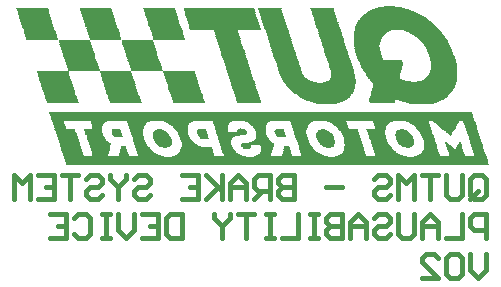
<source format=gbo>
G04*
G04 #@! TF.GenerationSoftware,Altium Limited,Altium Designer,21.6.4 (81)*
G04*
G04 Layer_Color=32896*
%FSLAX25Y25*%
%MOIN*%
G70*
G04*
G04 #@! TF.SameCoordinates,C5008740-255C-4452-9732-2E8642EA51F4*
G04*
G04*
G04 #@! TF.FilePolarity,Positive*
G04*
G01*
G75*
%ADD66C,0.01500*%
G36*
X315223Y432351D02*
X315398D01*
Y432176D01*
Y432001D01*
Y431826D01*
X315573D01*
Y431651D01*
Y431476D01*
Y431301D01*
X315748D01*
Y431126D01*
Y430951D01*
X315923D01*
Y430776D01*
Y430601D01*
Y430426D01*
Y430251D01*
X316098D01*
Y430076D01*
X315923D01*
Y429901D01*
Y429726D01*
X316273D01*
Y429551D01*
Y429376D01*
Y429201D01*
Y429026D01*
Y428851D01*
X316448D01*
Y428676D01*
Y428501D01*
Y428326D01*
X316623D01*
Y428151D01*
Y427976D01*
Y427801D01*
X316798D01*
Y427626D01*
Y427451D01*
Y427276D01*
X316973D01*
Y427101D01*
Y426926D01*
X317148D01*
Y426751D01*
Y426576D01*
Y426401D01*
X317323D01*
Y426226D01*
Y426051D01*
Y425876D01*
X317498D01*
Y425701D01*
Y425526D01*
X317673D01*
Y425351D01*
Y425176D01*
Y425001D01*
X317848D01*
Y424826D01*
Y424651D01*
Y424476D01*
Y424301D01*
X318023D01*
Y424126D01*
Y423951D01*
Y423776D01*
Y423601D01*
Y423426D01*
X318373D01*
Y423251D01*
X318198D01*
Y423076D01*
Y422901D01*
X318373D01*
Y422726D01*
Y422551D01*
Y422376D01*
X318548D01*
Y422201D01*
Y422026D01*
X318723D01*
Y421851D01*
X308048D01*
Y422026D01*
Y422201D01*
Y422376D01*
Y422551D01*
Y422726D01*
X307873D01*
Y422901D01*
Y423076D01*
X307698D01*
Y423251D01*
Y423426D01*
Y423601D01*
X307523D01*
Y423776D01*
Y423951D01*
Y424126D01*
Y424301D01*
X307348D01*
Y424476D01*
Y424651D01*
X307173D01*
Y424826D01*
Y425001D01*
Y425176D01*
X306998D01*
Y425351D01*
Y425526D01*
Y425701D01*
X306823D01*
Y425876D01*
Y426051D01*
Y426226D01*
X306648D01*
Y426401D01*
Y426576D01*
X306473D01*
Y426751D01*
Y426926D01*
Y427101D01*
X306298D01*
Y427276D01*
Y427451D01*
Y427626D01*
Y427801D01*
Y427976D01*
X306123D01*
Y428151D01*
Y428326D01*
Y428501D01*
X305948D01*
Y428676D01*
Y428851D01*
Y429026D01*
X305773D01*
Y429201D01*
Y429376D01*
Y429551D01*
X305598D01*
Y429726D01*
Y429901D01*
X305423D01*
Y430076D01*
Y430251D01*
Y430426D01*
Y430601D01*
X305248D01*
Y430776D01*
Y430951D01*
Y431126D01*
X305073D01*
Y431301D01*
Y431476D01*
Y431651D01*
X304898D01*
Y431826D01*
Y432001D01*
X304723D01*
Y432176D01*
Y432351D01*
Y432526D01*
X315223D01*
Y432351D01*
D02*
G37*
G36*
X294048D02*
Y432176D01*
X294223D01*
Y432001D01*
Y431826D01*
Y431651D01*
X294398D01*
Y431476D01*
Y431301D01*
Y431126D01*
X294573D01*
Y430951D01*
Y430776D01*
X294748D01*
Y430601D01*
Y430426D01*
Y430251D01*
X294923D01*
Y430076D01*
Y429901D01*
Y429726D01*
Y429551D01*
X295098D01*
Y429376D01*
Y429201D01*
Y429026D01*
X295273D01*
Y428851D01*
Y428676D01*
X295448D01*
Y428501D01*
Y428326D01*
Y428151D01*
Y427976D01*
Y427801D01*
X295798D01*
Y427626D01*
Y427451D01*
X295623D01*
Y427276D01*
X295798D01*
Y427101D01*
Y426926D01*
Y426751D01*
X295973D01*
Y426576D01*
Y426401D01*
Y426226D01*
X296148D01*
Y426051D01*
Y425876D01*
Y425701D01*
X296323D01*
Y425526D01*
Y425351D01*
X296498D01*
Y425176D01*
Y425001D01*
Y424826D01*
X296673D01*
Y424651D01*
Y424476D01*
Y424301D01*
X296848D01*
Y424126D01*
Y423951D01*
X297023D01*
Y423776D01*
Y423601D01*
Y423426D01*
Y423251D01*
Y423076D01*
Y422901D01*
Y422726D01*
X297373D01*
Y422551D01*
X297198D01*
Y422376D01*
X297373D01*
Y422201D01*
Y422026D01*
Y421851D01*
X307873D01*
Y421676D01*
Y421501D01*
X308048D01*
Y421326D01*
Y421151D01*
Y420976D01*
X308223D01*
Y420801D01*
Y420626D01*
X308398D01*
Y420451D01*
Y420276D01*
Y420101D01*
X308573D01*
Y419926D01*
Y419751D01*
Y419576D01*
X308748D01*
Y419401D01*
Y419226D01*
Y419051D01*
X308923D01*
Y418876D01*
Y418701D01*
Y418526D01*
X309098D01*
Y418351D01*
Y418176D01*
Y418001D01*
X309273D01*
Y417826D01*
Y417651D01*
Y417476D01*
Y417301D01*
Y417126D01*
X309448D01*
Y416951D01*
X309623D01*
Y416776D01*
X309448D01*
Y416601D01*
X309623D01*
Y416426D01*
Y416251D01*
Y416076D01*
X309798D01*
Y415901D01*
Y415726D01*
Y415551D01*
X309973D01*
Y415376D01*
Y415201D01*
X310148D01*
Y415026D01*
Y414851D01*
Y414676D01*
X310323D01*
Y414501D01*
Y414326D01*
Y414151D01*
X310498D01*
Y413976D01*
Y413801D01*
Y413626D01*
X310673D01*
Y413451D01*
Y413276D01*
X310848D01*
Y413101D01*
Y412926D01*
Y412751D01*
Y412576D01*
Y412401D01*
Y412226D01*
X311198D01*
Y412050D01*
X311023D01*
Y411875D01*
Y411700D01*
X311198D01*
Y411525D01*
Y411350D01*
X300698D01*
Y411525D01*
Y411700D01*
Y411875D01*
Y412050D01*
X300523D01*
Y412226D01*
Y412401D01*
X300348D01*
Y412576D01*
Y412751D01*
Y412926D01*
X300173D01*
Y413101D01*
Y413276D01*
Y413451D01*
X299998D01*
Y413626D01*
Y413801D01*
Y413976D01*
X299823D01*
Y414151D01*
Y414326D01*
Y414501D01*
X299648D01*
Y414676D01*
Y414851D01*
X299473D01*
Y415026D01*
X299648D01*
Y415201D01*
Y415376D01*
X299298D01*
Y415551D01*
Y415726D01*
Y415901D01*
Y416076D01*
Y416251D01*
X299123D01*
Y416426D01*
Y416601D01*
Y416776D01*
X298948D01*
Y416951D01*
Y417126D01*
Y417301D01*
X298773D01*
Y417476D01*
Y417651D01*
Y417826D01*
X298598D01*
Y418001D01*
Y418176D01*
Y418351D01*
X298423D01*
Y418526D01*
Y418701D01*
Y418876D01*
X298248D01*
Y419051D01*
Y419226D01*
Y419401D01*
X298073D01*
Y419576D01*
Y419751D01*
X297898D01*
Y419926D01*
Y420101D01*
Y420276D01*
X297723D01*
Y420451D01*
Y420626D01*
Y420801D01*
X297548D01*
Y420976D01*
Y421151D01*
Y421326D01*
Y421501D01*
Y421676D01*
X297198D01*
Y421851D01*
X287048D01*
Y421676D01*
Y421501D01*
Y421326D01*
Y421151D01*
Y420976D01*
X287223D01*
Y420801D01*
Y420626D01*
X287398D01*
Y420451D01*
Y420276D01*
Y420101D01*
X287573D01*
Y419926D01*
Y419751D01*
Y419576D01*
X287748D01*
Y419401D01*
Y419226D01*
Y419051D01*
X287923D01*
Y418876D01*
Y418701D01*
Y418526D01*
X288098D01*
Y418351D01*
Y418176D01*
X288273D01*
Y418001D01*
Y417826D01*
Y417651D01*
X288448D01*
Y417476D01*
X288273D01*
Y417301D01*
X288623D01*
Y417126D01*
Y416951D01*
Y416776D01*
Y416601D01*
Y416426D01*
Y416251D01*
Y416076D01*
X288798D01*
Y415901D01*
Y415726D01*
Y415551D01*
X288973D01*
Y415376D01*
Y415201D01*
X289148D01*
Y415026D01*
Y414851D01*
Y414676D01*
X289323D01*
Y414501D01*
Y414326D01*
Y414151D01*
X289498D01*
Y413976D01*
Y413801D01*
Y413626D01*
X289673D01*
Y413451D01*
Y413276D01*
X289848D01*
Y413101D01*
Y412926D01*
Y412751D01*
X290023D01*
Y412576D01*
Y412401D01*
Y412226D01*
X290198D01*
Y412050D01*
Y411875D01*
X290373D01*
Y411700D01*
Y411525D01*
Y411350D01*
X300698D01*
Y411175D01*
Y411000D01*
Y410825D01*
X300873D01*
Y410650D01*
Y410475D01*
Y410300D01*
X301048D01*
Y410125D01*
Y409950D01*
X301223D01*
Y409775D01*
Y409600D01*
Y409425D01*
X301398D01*
Y409250D01*
Y409075D01*
Y408900D01*
X301573D01*
Y408726D01*
Y408551D01*
X301748D01*
Y408376D01*
Y408201D01*
Y408026D01*
X301923D01*
Y407851D01*
Y407676D01*
Y407501D01*
X302098D01*
Y407326D01*
Y407151D01*
Y406975D01*
X302273D01*
Y406801D01*
X302098D01*
Y406625D01*
X302273D01*
Y406450D01*
X302448D01*
Y406275D01*
Y406100D01*
Y405925D01*
Y405750D01*
Y405575D01*
X302623D01*
Y405400D01*
Y405225D01*
Y405050D01*
Y404875D01*
X302798D01*
Y404700D01*
Y404525D01*
X302973D01*
Y404350D01*
Y404175D01*
Y404000D01*
X303148D01*
Y403825D01*
Y403650D01*
Y403475D01*
X303323D01*
Y403300D01*
Y403125D01*
X303498D01*
Y402950D01*
Y402775D01*
Y402600D01*
X303673D01*
Y402425D01*
Y402250D01*
Y402075D01*
X303848D01*
Y401900D01*
Y401725D01*
Y401550D01*
X304023D01*
Y401375D01*
Y401200D01*
X304198D01*
Y401025D01*
Y400850D01*
Y400675D01*
X293698D01*
Y400850D01*
X293523D01*
Y401025D01*
Y401200D01*
Y401375D01*
X293348D01*
Y401550D01*
Y401725D01*
Y401900D01*
X293173D01*
Y402075D01*
Y402250D01*
X292998D01*
Y402425D01*
Y402600D01*
Y402775D01*
X292823D01*
Y402950D01*
Y403125D01*
Y403300D01*
X292648D01*
Y403475D01*
Y403650D01*
X292473D01*
Y403825D01*
Y404000D01*
Y404175D01*
Y404350D01*
Y404525D01*
Y404700D01*
X292123D01*
Y404875D01*
X292298D01*
Y405050D01*
Y405225D01*
X292123D01*
Y405400D01*
Y405575D01*
Y405750D01*
X291948D01*
Y405925D01*
Y406100D01*
Y406275D01*
X291773D01*
Y406450D01*
Y406625D01*
Y406801D01*
X291598D01*
Y406975D01*
Y407151D01*
Y407326D01*
X291423D01*
Y407501D01*
Y407676D01*
X291248D01*
Y407851D01*
Y408026D01*
Y408201D01*
X291073D01*
Y408376D01*
Y408551D01*
Y408726D01*
X290898D01*
Y408900D01*
Y409075D01*
Y409250D01*
Y409425D01*
Y409600D01*
X290548D01*
Y409775D01*
X290723D01*
Y409950D01*
Y410125D01*
X290548D01*
Y410300D01*
Y410475D01*
Y410650D01*
X290373D01*
Y410825D01*
Y411000D01*
X290198D01*
Y411175D01*
Y411350D01*
X279873D01*
Y411175D01*
Y411000D01*
Y410825D01*
Y410650D01*
Y410475D01*
X280223D01*
Y410300D01*
X280048D01*
Y410125D01*
Y409950D01*
X280223D01*
Y409775D01*
Y409600D01*
Y409425D01*
X280398D01*
Y409250D01*
Y409075D01*
Y408900D01*
X280573D01*
Y408726D01*
Y408551D01*
X280748D01*
Y408376D01*
Y408201D01*
Y408026D01*
X280923D01*
Y407851D01*
Y407676D01*
Y407501D01*
X281098D01*
Y407326D01*
Y407151D01*
Y406975D01*
X281273D01*
Y406801D01*
Y406625D01*
Y406450D01*
X281448D01*
Y406275D01*
Y406100D01*
X281623D01*
Y405925D01*
Y405750D01*
Y405575D01*
X281798D01*
Y405400D01*
X281623D01*
Y405225D01*
Y405050D01*
X281973D01*
Y404875D01*
X281798D01*
Y404700D01*
X281973D01*
Y404525D01*
Y404350D01*
Y404175D01*
X282148D01*
Y404000D01*
Y403825D01*
Y403650D01*
Y403475D01*
X282323D01*
Y403300D01*
Y403125D01*
X282498D01*
Y402950D01*
Y402775D01*
Y402600D01*
X282673D01*
Y402425D01*
Y402250D01*
Y402075D01*
X282848D01*
Y401900D01*
Y401725D01*
Y401550D01*
X283023D01*
Y401375D01*
Y401200D01*
X283198D01*
Y401025D01*
Y400850D01*
Y400675D01*
X272697D01*
Y400850D01*
X272522D01*
Y401025D01*
Y401200D01*
Y401375D01*
X272347D01*
Y401550D01*
Y401725D01*
Y401900D01*
X272172D01*
Y402075D01*
Y402250D01*
X271997D01*
Y402425D01*
Y402600D01*
Y402775D01*
X271822D01*
Y402950D01*
X271997D01*
Y403125D01*
Y403300D01*
X271647D01*
Y403475D01*
Y403650D01*
Y403825D01*
Y404000D01*
Y404175D01*
Y404350D01*
X271472D01*
Y404525D01*
Y404700D01*
Y404875D01*
X271297D01*
Y405050D01*
Y405225D01*
X271122D01*
Y405400D01*
Y405575D01*
Y405750D01*
X270947D01*
Y405925D01*
Y406100D01*
Y406275D01*
X270772D01*
Y406450D01*
Y406625D01*
Y406801D01*
X270597D01*
Y406975D01*
Y407151D01*
Y407326D01*
X270422D01*
Y407501D01*
Y407676D01*
X270247D01*
Y407851D01*
Y408026D01*
Y408201D01*
X270072D01*
Y408376D01*
X270247D01*
Y408551D01*
X270072D01*
Y408726D01*
X269897D01*
Y408900D01*
Y409075D01*
Y409250D01*
Y409425D01*
Y409600D01*
X269547D01*
Y409775D01*
X269722D01*
Y409950D01*
Y410125D01*
Y410300D01*
X269547D01*
Y410475D01*
Y410650D01*
X269372D01*
Y410825D01*
Y411000D01*
Y411175D01*
X269197D01*
Y411350D01*
X279698D01*
Y411525D01*
Y411700D01*
Y411875D01*
Y412050D01*
X279523D01*
Y412226D01*
Y412401D01*
X279347D01*
Y412576D01*
Y412751D01*
Y412926D01*
X279172D01*
Y413101D01*
Y413276D01*
Y413451D01*
X278997D01*
Y413626D01*
Y413801D01*
Y413976D01*
X278822D01*
Y414151D01*
Y414326D01*
Y414501D01*
X278647D01*
Y414676D01*
Y414851D01*
Y415026D01*
Y415201D01*
Y415376D01*
X278297D01*
Y415551D01*
X278472D01*
Y415726D01*
X278297D01*
Y415901D01*
Y416076D01*
Y416251D01*
X278122D01*
Y416426D01*
Y416601D01*
Y416776D01*
Y416951D01*
X277947D01*
Y417126D01*
Y417301D01*
Y417476D01*
X277772D01*
Y417651D01*
Y417826D01*
X277597D01*
Y418001D01*
Y418176D01*
Y418351D01*
X277422D01*
Y418526D01*
Y418701D01*
Y418876D01*
X277248D01*
Y419051D01*
Y419226D01*
Y419401D01*
X277073D01*
Y419576D01*
Y419751D01*
Y419926D01*
Y420101D01*
Y420276D01*
X276723D01*
Y420451D01*
X276898D01*
Y420626D01*
Y420801D01*
X276723D01*
Y420976D01*
Y421151D01*
X276548D01*
Y421326D01*
Y421501D01*
Y421676D01*
X276373D01*
Y421851D01*
X265697D01*
Y422026D01*
Y422201D01*
Y422376D01*
X265522D01*
Y422551D01*
Y422726D01*
Y422901D01*
X265347D01*
Y423076D01*
Y423251D01*
Y423426D01*
X265172D01*
Y423601D01*
Y423776D01*
Y423951D01*
X264997D01*
Y424126D01*
Y424301D01*
Y424476D01*
X264822D01*
Y424651D01*
Y424826D01*
Y425001D01*
Y425176D01*
Y425351D01*
X264472D01*
Y425526D01*
X264647D01*
Y425701D01*
Y425876D01*
X264472D01*
Y426051D01*
Y426226D01*
X264297D01*
Y426401D01*
Y426576D01*
Y426751D01*
X264122D01*
Y426926D01*
Y427101D01*
Y427276D01*
X263947D01*
Y427451D01*
Y427626D01*
Y427801D01*
X263772D01*
Y427976D01*
Y428151D01*
Y428326D01*
X263597D01*
Y428501D01*
Y428676D01*
X263422D01*
Y428851D01*
Y429026D01*
Y429201D01*
Y429376D01*
X263247D01*
Y429551D01*
Y429726D01*
Y429901D01*
Y430076D01*
Y430251D01*
X262897D01*
Y430426D01*
X263072D01*
Y430601D01*
Y430776D01*
X262897D01*
Y430951D01*
Y431126D01*
Y431301D01*
X262722D01*
Y431476D01*
Y431651D01*
X262547D01*
Y431826D01*
Y432001D01*
Y432176D01*
X262372D01*
Y432351D01*
Y432526D01*
X273047D01*
Y432351D01*
Y432176D01*
Y432001D01*
X273222D01*
Y431826D01*
Y431651D01*
Y431476D01*
Y431301D01*
Y431126D01*
X273397D01*
Y430951D01*
Y430776D01*
Y430601D01*
X273572D01*
Y430426D01*
Y430251D01*
Y430076D01*
X273747D01*
Y429901D01*
Y429726D01*
Y429551D01*
X273922D01*
Y429376D01*
Y429201D01*
Y429026D01*
X274097D01*
Y428851D01*
Y428676D01*
Y428501D01*
X274272D01*
Y428326D01*
Y428151D01*
Y427976D01*
X274447D01*
Y427801D01*
Y427626D01*
Y427451D01*
Y427276D01*
Y427101D01*
X274798D01*
Y426926D01*
Y426751D01*
Y426576D01*
Y426401D01*
Y426226D01*
Y426051D01*
X274973D01*
Y425876D01*
Y425701D01*
X275148D01*
Y425526D01*
Y425351D01*
Y425176D01*
X275323D01*
Y425001D01*
Y424826D01*
Y424651D01*
X275498D01*
Y424476D01*
Y424301D01*
Y424126D01*
X275673D01*
Y423951D01*
Y423776D01*
X275848D01*
Y423601D01*
Y423426D01*
Y423251D01*
X276023D01*
Y423076D01*
Y422901D01*
Y422726D01*
Y422551D01*
X276198D01*
Y422376D01*
Y422201D01*
X276373D01*
Y422026D01*
Y421851D01*
X286873D01*
Y422026D01*
Y422201D01*
Y422376D01*
Y422551D01*
X286698D01*
Y422726D01*
Y422901D01*
X286523D01*
Y423076D01*
Y423251D01*
Y423426D01*
Y423601D01*
X286348D01*
Y423776D01*
Y423951D01*
Y424126D01*
X286173D01*
Y424301D01*
Y424476D01*
X285998D01*
Y424651D01*
Y424826D01*
Y425001D01*
X285823D01*
Y425176D01*
Y425351D01*
Y425526D01*
X285648D01*
Y425701D01*
X285823D01*
Y425876D01*
Y426051D01*
X285473D01*
Y426226D01*
Y426401D01*
Y426576D01*
Y426751D01*
Y426926D01*
X285298D01*
Y427101D01*
Y427276D01*
Y427451D01*
X285123D01*
Y427626D01*
Y427801D01*
Y427976D01*
X284948D01*
Y428151D01*
Y428326D01*
X284773D01*
Y428501D01*
Y428676D01*
Y428851D01*
X284598D01*
Y429026D01*
Y429201D01*
Y429376D01*
X284423D01*
Y429551D01*
Y429726D01*
Y429901D01*
X284248D01*
Y430076D01*
Y430251D01*
Y430426D01*
X284073D01*
Y430601D01*
Y430776D01*
Y430951D01*
X283898D01*
Y431126D01*
Y431301D01*
Y431476D01*
X283723D01*
Y431651D01*
Y431826D01*
Y432001D01*
Y432176D01*
Y432351D01*
X283548D01*
Y432526D01*
X294048D01*
Y432351D01*
D02*
G37*
G36*
X368249D02*
Y432176D01*
Y432001D01*
Y431826D01*
Y431651D01*
X368424D01*
Y431476D01*
Y431301D01*
Y431126D01*
X368599D01*
Y430951D01*
Y430776D01*
X368774D01*
Y430601D01*
Y430426D01*
Y430251D01*
Y430076D01*
X368949D01*
Y429901D01*
Y429726D01*
Y429551D01*
X369124D01*
Y429376D01*
Y429201D01*
Y429026D01*
X369299D01*
Y428851D01*
Y428676D01*
X369474D01*
Y428501D01*
Y428326D01*
Y428151D01*
Y427976D01*
Y427801D01*
X369824D01*
Y427626D01*
X369649D01*
Y427451D01*
Y427276D01*
X369824D01*
Y427101D01*
Y426926D01*
Y426751D01*
X369999D01*
Y426576D01*
Y426401D01*
Y426226D01*
X370174D01*
Y426051D01*
Y425876D01*
Y425701D01*
X370349D01*
Y425526D01*
Y425351D01*
X370524D01*
Y425176D01*
Y425001D01*
Y424826D01*
X370699D01*
Y424651D01*
Y424476D01*
Y424301D01*
X370874D01*
Y424126D01*
Y423951D01*
Y423776D01*
X371049D01*
Y423601D01*
Y423426D01*
Y423251D01*
X371224D01*
Y423076D01*
Y422901D01*
Y422726D01*
X371399D01*
Y422551D01*
X371224D01*
Y422376D01*
X371574D01*
Y422201D01*
Y422026D01*
Y421851D01*
Y421676D01*
Y421501D01*
Y421326D01*
X371749D01*
Y421151D01*
Y420976D01*
Y420801D01*
X371924D01*
Y420626D01*
Y420451D01*
X372099D01*
Y420276D01*
Y420101D01*
Y419926D01*
X372274D01*
Y419751D01*
Y419576D01*
Y419401D01*
X372449D01*
Y419226D01*
Y419051D01*
Y418876D01*
X372624D01*
Y418701D01*
Y418526D01*
X372799D01*
Y418351D01*
Y418176D01*
Y418001D01*
X372974D01*
Y417826D01*
Y417651D01*
Y417476D01*
Y417301D01*
X373149D01*
Y417126D01*
Y416951D01*
X373324D01*
Y416776D01*
Y416601D01*
Y416426D01*
Y416251D01*
Y416076D01*
Y415901D01*
X373674D01*
Y415726D01*
X373499D01*
Y415551D01*
X373674D01*
Y415376D01*
Y415201D01*
Y415026D01*
X373849D01*
Y414851D01*
Y414676D01*
Y414501D01*
X374024D01*
Y414326D01*
Y414151D01*
Y413976D01*
X374199D01*
Y413801D01*
Y413626D01*
X374374D01*
Y413451D01*
Y413276D01*
Y413101D01*
X374549D01*
Y412926D01*
Y412751D01*
Y412576D01*
X374724D01*
Y412401D01*
X374549D01*
Y412226D01*
X374724D01*
Y412050D01*
X374899D01*
Y411875D01*
Y411700D01*
Y411525D01*
Y411350D01*
Y411175D01*
Y411000D01*
X375074D01*
Y410825D01*
Y410650D01*
Y410475D01*
X375249D01*
Y410300D01*
Y410125D01*
Y409950D01*
Y409775D01*
X375424D01*
Y409600D01*
Y409425D01*
Y409250D01*
Y409075D01*
Y408900D01*
Y408726D01*
X375599D01*
Y408551D01*
Y408376D01*
Y408201D01*
Y408026D01*
Y407851D01*
Y407676D01*
Y407501D01*
Y407326D01*
Y407151D01*
Y406975D01*
X375424D01*
Y406801D01*
Y406625D01*
Y406450D01*
Y406275D01*
Y406100D01*
X375249D01*
Y405925D01*
Y405750D01*
Y405575D01*
X375074D01*
Y405400D01*
Y405225D01*
X374899D01*
Y405050D01*
Y404875D01*
Y404700D01*
Y404525D01*
X374549D01*
Y404350D01*
X374724D01*
Y404175D01*
X374549D01*
Y404000D01*
Y403825D01*
X374374D01*
Y403650D01*
X374024D01*
Y403475D01*
Y403300D01*
X373849D01*
Y403125D01*
X373674D01*
Y402950D01*
Y402775D01*
X373499D01*
Y402600D01*
X373324D01*
Y402425D01*
X372974D01*
Y402250D01*
X372799D01*
Y402075D01*
X372624D01*
Y401900D01*
X372099D01*
Y401725D01*
X371924D01*
Y401550D01*
X371574D01*
Y401375D01*
X371224D01*
Y401200D01*
X370874D01*
Y401025D01*
X370349D01*
Y400850D01*
X369824D01*
Y400675D01*
X369299D01*
Y400500D01*
X368599D01*
Y400325D01*
X363349D01*
Y400500D01*
X362474D01*
Y400675D01*
X361599D01*
Y400850D01*
X361249D01*
Y401025D01*
X360724D01*
Y401200D01*
X360199D01*
Y401375D01*
X359674D01*
Y401550D01*
X359149D01*
Y401725D01*
X358974D01*
Y401900D01*
X358274D01*
Y402075D01*
X357924D01*
Y402250D01*
X357574D01*
Y402425D01*
X357399D01*
Y402600D01*
X357049D01*
Y402775D01*
X356699D01*
Y402950D01*
X356524D01*
Y403125D01*
X356174D01*
Y403300D01*
X355999D01*
Y403475D01*
X355824D01*
Y403650D01*
X355299D01*
Y403825D01*
X355124D01*
Y404000D01*
X354949D01*
Y404175D01*
X354599D01*
Y404350D01*
Y404525D01*
X354249D01*
Y404700D01*
Y404875D01*
X353899D01*
Y405050D01*
Y405225D01*
X353549D01*
Y405400D01*
X353374D01*
Y405575D01*
Y405750D01*
X353024D01*
Y405925D01*
X352849D01*
Y406100D01*
Y406275D01*
X352499D01*
Y406450D01*
Y406625D01*
X352324D01*
Y406801D01*
Y406975D01*
X351974D01*
Y407151D01*
Y407326D01*
X351799D01*
Y407501D01*
X351624D01*
Y407676D01*
X351449D01*
Y407851D01*
Y408026D01*
X351274D01*
Y408201D01*
Y408376D01*
Y408551D01*
X351099D01*
Y408726D01*
X350924D01*
Y408900D01*
Y409075D01*
X350749D01*
Y409250D01*
Y409425D01*
X350574D01*
Y409600D01*
Y409775D01*
X350399D01*
Y409950D01*
Y410125D01*
X350224D01*
Y410300D01*
X350049D01*
Y410475D01*
Y410650D01*
Y410825D01*
X349874D01*
Y411000D01*
Y411175D01*
Y411350D01*
X349699D01*
Y411525D01*
Y411700D01*
Y411875D01*
X349524D01*
Y412050D01*
Y412226D01*
Y412401D01*
Y412576D01*
Y412751D01*
X349174D01*
Y412926D01*
X349349D01*
Y413101D01*
Y413276D01*
X349174D01*
Y413451D01*
Y413626D01*
Y413801D01*
Y413976D01*
X348999D01*
Y414151D01*
Y414326D01*
X348824D01*
Y414501D01*
Y414676D01*
Y414851D01*
X348649D01*
Y415026D01*
Y415201D01*
Y415376D01*
X348474D01*
Y415551D01*
Y415726D01*
X348299D01*
Y415901D01*
Y416076D01*
Y416251D01*
X348124D01*
Y416426D01*
Y416601D01*
Y416776D01*
X347949D01*
Y416951D01*
Y417126D01*
Y417301D01*
X347774D01*
Y417476D01*
Y417651D01*
Y417826D01*
Y418001D01*
Y418176D01*
X347424D01*
Y418351D01*
X347599D01*
Y418526D01*
Y418701D01*
X347424D01*
Y418876D01*
Y419051D01*
X347249D01*
Y419226D01*
Y419401D01*
Y419576D01*
X347074D01*
Y419751D01*
Y419926D01*
Y420101D01*
Y420276D01*
X346899D01*
Y420451D01*
Y420626D01*
Y420801D01*
X346724D01*
Y420976D01*
Y421151D01*
X346549D01*
Y421326D01*
Y421501D01*
Y421676D01*
X346374D01*
Y421851D01*
Y422026D01*
Y422201D01*
X346199D01*
Y422376D01*
Y422551D01*
Y422726D01*
Y422901D01*
Y423076D01*
X346024D01*
Y423251D01*
Y423426D01*
Y423601D01*
X345849D01*
Y423776D01*
Y423951D01*
Y424126D01*
X345674D01*
Y424301D01*
Y424476D01*
X345499D01*
Y424651D01*
Y424826D01*
Y425001D01*
X345324D01*
Y425176D01*
Y425351D01*
Y425526D01*
X345149D01*
Y425701D01*
Y425876D01*
Y426051D01*
X344974D01*
Y426226D01*
Y426401D01*
Y426576D01*
X344799D01*
Y426751D01*
Y426926D01*
Y427101D01*
X344624D01*
Y427276D01*
Y427451D01*
Y427626D01*
X344449D01*
Y427801D01*
Y427976D01*
Y428151D01*
Y428326D01*
Y428501D01*
X344099D01*
Y428676D01*
Y428851D01*
Y429026D01*
Y429201D01*
Y429376D01*
Y429551D01*
X343924D01*
Y429726D01*
Y429901D01*
X343749D01*
Y430076D01*
Y430251D01*
Y430426D01*
X343574D01*
Y430601D01*
Y430776D01*
Y430951D01*
X343399D01*
Y431126D01*
Y431301D01*
Y431476D01*
X343224D01*
Y431651D01*
Y431826D01*
X343049D01*
Y432001D01*
Y432176D01*
Y432351D01*
X342874D01*
Y432526D01*
X350574D01*
Y432351D01*
X350924D01*
Y432176D01*
X350749D01*
Y432001D01*
Y431826D01*
X351099D01*
Y431651D01*
X350924D01*
Y431476D01*
X351099D01*
Y431301D01*
Y431126D01*
Y430951D01*
X351274D01*
Y430776D01*
Y430601D01*
Y430426D01*
X351449D01*
Y430251D01*
Y430076D01*
Y429901D01*
X351624D01*
Y429726D01*
Y429551D01*
Y429376D01*
X351799D01*
Y429201D01*
Y429026D01*
Y428851D01*
X351974D01*
Y428676D01*
Y428501D01*
Y428326D01*
X352149D01*
Y428151D01*
Y427976D01*
Y427801D01*
X352324D01*
Y427626D01*
Y427451D01*
Y427276D01*
Y427101D01*
Y426926D01*
X352674D01*
Y426751D01*
X352499D01*
Y426576D01*
Y426401D01*
X352674D01*
Y426226D01*
Y426051D01*
Y425876D01*
X352849D01*
Y425701D01*
Y425526D01*
X353024D01*
Y425351D01*
Y425176D01*
Y425001D01*
X353199D01*
Y424826D01*
Y424651D01*
Y424476D01*
X353374D01*
Y424301D01*
Y424126D01*
Y423951D01*
X353549D01*
Y423776D01*
Y423601D01*
X353724D01*
Y423426D01*
Y423251D01*
Y423076D01*
Y422901D01*
X353899D01*
Y422726D01*
Y422551D01*
Y422376D01*
X354074D01*
Y422201D01*
Y422026D01*
X354249D01*
Y421851D01*
X354074D01*
Y421676D01*
Y421501D01*
X354424D01*
Y421326D01*
Y421151D01*
Y420976D01*
Y420801D01*
Y420626D01*
X354599D01*
Y420451D01*
Y420276D01*
Y420101D01*
X354774D01*
Y419926D01*
Y419751D01*
Y419576D01*
X354949D01*
Y419401D01*
Y419226D01*
Y419051D01*
X355124D01*
Y418876D01*
Y418701D01*
Y418526D01*
X355299D01*
Y418351D01*
Y418176D01*
X355474D01*
Y418001D01*
Y417826D01*
Y417651D01*
X355649D01*
Y417476D01*
Y417301D01*
Y417126D01*
Y416951D01*
Y416776D01*
Y416601D01*
X355999D01*
Y416426D01*
X355824D01*
Y416251D01*
Y416076D01*
X355999D01*
Y415901D01*
Y415726D01*
Y415551D01*
X356174D01*
Y415376D01*
Y415201D01*
X356349D01*
Y415026D01*
Y414851D01*
Y414676D01*
X356524D01*
Y414501D01*
Y414326D01*
Y414151D01*
X356699D01*
Y413976D01*
Y413801D01*
Y413626D01*
X356874D01*
Y413451D01*
Y413276D01*
X357049D01*
Y413101D01*
Y412926D01*
Y412751D01*
X357224D01*
Y412576D01*
Y412401D01*
Y412226D01*
X357399D01*
Y412050D01*
Y411875D01*
X357574D01*
Y411700D01*
X357399D01*
Y411525D01*
Y411350D01*
X357749D01*
Y411175D01*
Y411000D01*
Y410825D01*
Y410650D01*
Y410475D01*
X357924D01*
Y410300D01*
Y410125D01*
X358274D01*
Y409950D01*
X358449D01*
Y409775D01*
Y409600D01*
X358624D01*
Y409425D01*
X358799D01*
Y409250D01*
X358974D01*
Y409075D01*
X359324D01*
Y408900D01*
X359499D01*
Y408726D01*
X359674D01*
Y408551D01*
X360199D01*
Y408376D01*
X360374D01*
Y408201D01*
X360899D01*
Y408026D01*
X361424D01*
Y407851D01*
X361774D01*
Y407676D01*
X362649D01*
Y407501D01*
X364574D01*
Y407676D01*
X365274D01*
Y407851D01*
X365799D01*
Y408026D01*
X366149D01*
Y408201D01*
X366499D01*
Y408376D01*
X366674D01*
Y408551D01*
X366849D01*
Y408726D01*
X367024D01*
Y408900D01*
Y409075D01*
X367199D01*
Y409250D01*
Y409425D01*
X367374D01*
Y409600D01*
Y409775D01*
Y409950D01*
Y410125D01*
Y410300D01*
Y410475D01*
Y410650D01*
Y410825D01*
Y411000D01*
Y411175D01*
X367199D01*
Y411350D01*
Y411525D01*
Y411700D01*
X367024D01*
Y411875D01*
Y412050D01*
Y412226D01*
X366849D01*
Y412401D01*
Y412576D01*
X366674D01*
Y412751D01*
Y412926D01*
Y413101D01*
Y413276D01*
Y413451D01*
Y413626D01*
X366499D01*
Y413801D01*
Y413976D01*
Y414151D01*
X366324D01*
Y414326D01*
Y414501D01*
Y414676D01*
X366149D01*
Y414851D01*
Y415026D01*
Y415201D01*
X365974D01*
Y415376D01*
Y415551D01*
Y415726D01*
X365799D01*
Y415901D01*
Y416076D01*
X365624D01*
Y416251D01*
Y416426D01*
Y416601D01*
X365449D01*
Y416776D01*
Y416951D01*
Y417126D01*
X365274D01*
Y417301D01*
X365449D01*
Y417476D01*
X365099D01*
Y417651D01*
Y417826D01*
Y418001D01*
Y418176D01*
Y418351D01*
Y418526D01*
X364924D01*
Y418701D01*
Y418876D01*
Y419051D01*
X364574D01*
Y419226D01*
X364749D01*
Y419401D01*
X364574D01*
Y419576D01*
Y419751D01*
Y419926D01*
X364399D01*
Y420101D01*
Y420276D01*
Y420451D01*
X364224D01*
Y420626D01*
Y420801D01*
Y420976D01*
Y421151D01*
X364049D01*
Y421326D01*
Y421501D01*
X363874D01*
Y421676D01*
Y421851D01*
Y422026D01*
X363699D01*
Y422201D01*
Y422376D01*
Y422551D01*
X363524D01*
Y422726D01*
Y422901D01*
X363349D01*
Y423076D01*
Y423251D01*
Y423426D01*
Y423601D01*
Y423776D01*
Y423951D01*
X362999D01*
Y424126D01*
X363174D01*
Y424301D01*
Y424476D01*
X362999D01*
Y424651D01*
Y424826D01*
Y425001D01*
X362824D01*
Y425176D01*
Y425351D01*
X362649D01*
Y425526D01*
Y425701D01*
Y425876D01*
X362474D01*
Y426051D01*
Y426226D01*
X362299D01*
Y426401D01*
Y426576D01*
Y426751D01*
X362124D01*
Y426926D01*
Y427101D01*
Y427276D01*
Y427451D01*
X361949D01*
Y427626D01*
Y427801D01*
Y427976D01*
X361774D01*
Y428151D01*
Y428326D01*
X361599D01*
Y428501D01*
Y428676D01*
Y428851D01*
Y429026D01*
Y429201D01*
Y429376D01*
X361249D01*
Y429551D01*
X361424D01*
Y429726D01*
X361249D01*
Y429901D01*
Y430076D01*
Y430251D01*
X361074D01*
Y430426D01*
Y430601D01*
Y430776D01*
X360899D01*
Y430951D01*
Y431126D01*
Y431301D01*
X360724D01*
Y431476D01*
Y431651D01*
X360549D01*
Y431826D01*
Y432001D01*
Y432176D01*
X360374D01*
Y432351D01*
Y432526D01*
X368249D01*
Y432351D01*
D02*
G37*
G36*
X341649D02*
Y432176D01*
X341824D01*
Y432001D01*
Y431826D01*
Y431651D01*
Y431476D01*
Y431301D01*
Y431126D01*
X342174D01*
Y430951D01*
X341999D01*
Y430776D01*
Y430601D01*
X342174D01*
Y430426D01*
Y430251D01*
Y430076D01*
X342349D01*
Y429901D01*
Y429726D01*
Y429551D01*
X342524D01*
Y429376D01*
Y429201D01*
X342699D01*
Y429026D01*
Y428851D01*
Y428676D01*
X342874D01*
Y428501D01*
Y428326D01*
Y428151D01*
X343049D01*
Y427976D01*
Y427801D01*
X343224D01*
Y427626D01*
Y427451D01*
Y427276D01*
X343399D01*
Y427101D01*
Y426926D01*
Y426751D01*
X343574D01*
Y426576D01*
Y426401D01*
Y426226D01*
X343749D01*
Y426051D01*
X343574D01*
Y425876D01*
Y425701D01*
X343924D01*
Y425526D01*
Y425351D01*
Y425176D01*
X336224D01*
Y425001D01*
Y424826D01*
Y424651D01*
X336399D01*
Y424476D01*
Y424301D01*
Y424126D01*
X336574D01*
Y423951D01*
Y423776D01*
X336749D01*
Y423601D01*
Y423426D01*
Y423251D01*
X336924D01*
Y423076D01*
Y422901D01*
Y422726D01*
Y422551D01*
Y422376D01*
X337274D01*
Y422201D01*
X337099D01*
Y422026D01*
Y421851D01*
X337274D01*
Y421676D01*
Y421501D01*
Y421326D01*
X337449D01*
Y421151D01*
Y420976D01*
Y420801D01*
Y420626D01*
X337624D01*
Y420451D01*
Y420276D01*
X337799D01*
Y420101D01*
Y419926D01*
Y419751D01*
X337974D01*
Y419576D01*
Y419401D01*
Y419226D01*
X338149D01*
Y419051D01*
Y418876D01*
X338324D01*
Y418701D01*
Y418526D01*
Y418351D01*
X338499D01*
Y418176D01*
Y418001D01*
Y417826D01*
Y417651D01*
Y417476D01*
Y417301D01*
X338849D01*
Y417126D01*
X338674D01*
Y416951D01*
X338849D01*
Y416776D01*
Y416601D01*
Y416426D01*
X339024D01*
Y416251D01*
Y416076D01*
Y415901D01*
X339199D01*
Y415726D01*
Y415551D01*
Y415376D01*
X339374D01*
Y415201D01*
Y415026D01*
X339549D01*
Y414851D01*
Y414676D01*
Y414501D01*
X339724D01*
Y414326D01*
Y414151D01*
Y413976D01*
Y413801D01*
X339899D01*
Y413626D01*
Y413451D01*
X340074D01*
Y413276D01*
Y413101D01*
Y412926D01*
X340249D01*
Y412751D01*
Y412576D01*
Y412401D01*
Y412226D01*
Y412050D01*
Y411875D01*
X340599D01*
Y411700D01*
Y411525D01*
Y411350D01*
Y411175D01*
Y411000D01*
X340774D01*
Y410825D01*
Y410650D01*
Y410475D01*
X340949D01*
Y410300D01*
Y410125D01*
X341124D01*
Y409950D01*
Y409775D01*
Y409600D01*
X341299D01*
Y409425D01*
Y409250D01*
Y409075D01*
X341474D01*
Y408900D01*
Y408726D01*
Y408551D01*
X341649D01*
Y408376D01*
Y408201D01*
X341824D01*
Y408026D01*
Y407851D01*
Y407676D01*
Y407501D01*
X341999D01*
Y407326D01*
X341824D01*
Y407151D01*
Y406975D01*
X342174D01*
Y406801D01*
X341999D01*
Y406625D01*
X342174D01*
Y406450D01*
Y406275D01*
Y406100D01*
X342349D01*
Y405925D01*
Y405750D01*
Y405575D01*
X342524D01*
Y405400D01*
Y405225D01*
Y405050D01*
X342699D01*
Y404875D01*
Y404700D01*
X342874D01*
Y404525D01*
Y404350D01*
Y404175D01*
X343049D01*
Y404000D01*
Y403825D01*
Y403650D01*
X343224D01*
Y403475D01*
Y403300D01*
Y403125D01*
X343399D01*
Y402950D01*
Y402775D01*
X343574D01*
Y402600D01*
Y402425D01*
Y402250D01*
X343749D01*
Y402075D01*
X343574D01*
Y401900D01*
Y401725D01*
X343924D01*
Y401550D01*
Y401375D01*
Y401200D01*
Y401025D01*
Y400850D01*
X344099D01*
Y400675D01*
X336049D01*
Y400850D01*
Y401025D01*
X335874D01*
Y401200D01*
Y401375D01*
Y401550D01*
X335699D01*
Y401725D01*
Y401900D01*
Y402075D01*
Y402250D01*
Y402425D01*
X335349D01*
Y402600D01*
X335524D01*
Y402775D01*
Y402950D01*
X335349D01*
Y403125D01*
Y403300D01*
Y403475D01*
X335174D01*
Y403650D01*
Y403825D01*
X334999D01*
Y404000D01*
Y404175D01*
Y404350D01*
X334824D01*
Y404525D01*
Y404700D01*
Y404875D01*
X334649D01*
Y405050D01*
Y405225D01*
Y405400D01*
X334474D01*
Y405575D01*
Y405750D01*
Y405925D01*
X334299D01*
Y406100D01*
Y406275D01*
Y406450D01*
X334124D01*
Y406625D01*
Y406801D01*
Y406975D01*
X333949D01*
Y407151D01*
Y407326D01*
Y407501D01*
Y407676D01*
Y407851D01*
X333598D01*
Y408026D01*
X333774D01*
Y408201D01*
Y408376D01*
X333598D01*
Y408551D01*
Y408726D01*
Y408900D01*
X333423D01*
Y409075D01*
Y409250D01*
X333248D01*
Y409425D01*
Y409600D01*
Y409775D01*
X333073D01*
Y409950D01*
Y410125D01*
Y410300D01*
X332898D01*
Y410475D01*
Y410650D01*
X332723D01*
Y410825D01*
Y411000D01*
Y411175D01*
Y411350D01*
X332548D01*
Y411525D01*
Y411700D01*
Y411875D01*
X332373D01*
Y412050D01*
Y412226D01*
Y412401D01*
Y412576D01*
Y412751D01*
X332024D01*
Y412926D01*
X332199D01*
Y413101D01*
Y413276D01*
X332024D01*
Y413451D01*
Y413626D01*
Y413801D01*
X331849D01*
Y413976D01*
Y414151D01*
X331674D01*
Y414326D01*
Y414501D01*
Y414676D01*
X331499D01*
Y414851D01*
Y415026D01*
Y415201D01*
X331324D01*
Y415376D01*
Y415551D01*
Y415726D01*
X331149D01*
Y415901D01*
Y416076D01*
X330974D01*
Y416251D01*
Y416426D01*
Y416601D01*
X330799D01*
Y416776D01*
Y416951D01*
Y417126D01*
X330624D01*
Y417301D01*
Y417476D01*
Y417651D01*
Y417826D01*
Y418001D01*
Y418176D01*
X330274D01*
Y418351D01*
Y418526D01*
Y418701D01*
Y418876D01*
Y419051D01*
X330099D01*
Y419226D01*
Y419401D01*
Y419576D01*
X329924D01*
Y419751D01*
Y419926D01*
Y420101D01*
X329749D01*
Y420276D01*
Y420451D01*
Y420626D01*
X329573D01*
Y420801D01*
Y420976D01*
Y421151D01*
X329398D01*
Y421326D01*
Y421501D01*
X329223D01*
Y421676D01*
Y421851D01*
Y422026D01*
X329048D01*
Y422201D01*
Y422376D01*
Y422551D01*
Y422726D01*
Y422901D01*
X328698D01*
Y423076D01*
X328873D01*
Y423251D01*
Y423426D01*
X328523D01*
Y423601D01*
Y423776D01*
Y423951D01*
Y424126D01*
Y424301D01*
Y424476D01*
X328348D01*
Y424651D01*
Y424826D01*
Y425001D01*
X328173D01*
Y425176D01*
X320298D01*
Y425351D01*
Y425526D01*
X320123D01*
Y425701D01*
Y425876D01*
Y426051D01*
Y426226D01*
Y426401D01*
X319948D01*
Y426576D01*
Y426751D01*
Y426926D01*
Y427101D01*
X319773D01*
Y427276D01*
Y427451D01*
Y427626D01*
X319598D01*
Y427801D01*
Y427976D01*
X319423D01*
Y428151D01*
Y428326D01*
Y428501D01*
X319248D01*
Y428676D01*
Y428851D01*
Y429026D01*
X319073D01*
Y429201D01*
Y429376D01*
Y429551D01*
X318898D01*
Y429726D01*
Y429901D01*
X318723D01*
Y430076D01*
Y430251D01*
Y430426D01*
X318548D01*
Y430601D01*
Y430776D01*
Y430951D01*
Y431126D01*
Y431301D01*
Y431476D01*
X318373D01*
Y431651D01*
Y431826D01*
X318198D01*
Y432001D01*
Y432176D01*
Y432351D01*
X318023D01*
Y432526D01*
X341649D01*
Y432351D01*
D02*
G37*
G36*
X321873Y411175D02*
Y411000D01*
X322048D01*
Y410825D01*
Y410650D01*
Y410475D01*
X322223D01*
Y410300D01*
Y410125D01*
X322398D01*
Y409950D01*
Y409775D01*
Y409600D01*
X322573D01*
Y409425D01*
Y409250D01*
Y409075D01*
X322748D01*
Y408900D01*
Y408726D01*
Y408551D01*
X322923D01*
Y408376D01*
Y408201D01*
X323098D01*
Y408026D01*
Y407851D01*
Y407676D01*
Y407501D01*
Y407326D01*
Y407151D01*
X323448D01*
Y406975D01*
X323273D01*
Y406801D01*
X323448D01*
Y406625D01*
Y406450D01*
Y406275D01*
X323623D01*
Y406100D01*
Y405925D01*
Y405750D01*
Y405575D01*
X323798D01*
Y405400D01*
Y405225D01*
Y405050D01*
X323973D01*
Y404875D01*
Y404700D01*
X324148D01*
Y404525D01*
Y404350D01*
Y404175D01*
X324323D01*
Y404000D01*
Y403825D01*
Y403650D01*
X324498D01*
Y403475D01*
Y403300D01*
Y403125D01*
X324673D01*
Y402950D01*
Y402775D01*
Y402600D01*
Y402425D01*
Y402250D01*
X325023D01*
Y402075D01*
X324848D01*
Y401900D01*
Y401725D01*
X325023D01*
Y401550D01*
Y401375D01*
X325198D01*
Y401200D01*
Y401025D01*
Y400850D01*
X325373D01*
Y400675D01*
X314698D01*
Y400850D01*
Y401025D01*
Y401200D01*
Y401375D01*
Y401550D01*
X314523D01*
Y401725D01*
Y401900D01*
X314348D01*
Y402075D01*
Y402250D01*
Y402425D01*
X314173D01*
Y402600D01*
Y402775D01*
Y402950D01*
X313998D01*
Y403125D01*
Y403300D01*
Y403475D01*
X313823D01*
Y403650D01*
Y403825D01*
X313648D01*
Y404000D01*
Y404175D01*
Y404350D01*
X313473D01*
Y404525D01*
Y404700D01*
Y404875D01*
X313298D01*
Y405050D01*
X313473D01*
Y405225D01*
X313123D01*
Y405400D01*
Y405575D01*
Y405750D01*
Y405925D01*
Y406100D01*
Y406275D01*
Y406450D01*
X312948D01*
Y406625D01*
Y406801D01*
Y406975D01*
X312773D01*
Y407151D01*
Y407326D01*
X312598D01*
Y407501D01*
Y407676D01*
Y407851D01*
X312423D01*
Y408026D01*
Y408201D01*
Y408376D01*
X312248D01*
Y408551D01*
Y408726D01*
Y408900D01*
X312073D01*
Y409075D01*
Y409250D01*
X311898D01*
Y409425D01*
Y409600D01*
Y409775D01*
X311723D01*
Y409950D01*
Y410125D01*
Y410300D01*
X311548D01*
Y410475D01*
Y410650D01*
X311373D01*
Y410825D01*
Y411000D01*
Y411175D01*
Y411350D01*
X321873D01*
Y411175D01*
D02*
G37*
G36*
X388725Y432876D02*
Y432701D01*
X390825D01*
Y432526D01*
X391525D01*
Y432351D01*
X392050D01*
Y432176D01*
X392575D01*
Y432001D01*
X393275D01*
Y431826D01*
X393625D01*
Y431651D01*
X394150D01*
Y431476D01*
X394675D01*
Y431301D01*
X394850D01*
Y431126D01*
X395550D01*
Y430951D01*
X395900D01*
Y430776D01*
X396250D01*
Y430601D01*
X396600D01*
Y430426D01*
X396950D01*
Y430251D01*
X397300D01*
Y430076D01*
X397650D01*
Y429901D01*
X397825D01*
Y429726D01*
X398175D01*
Y429551D01*
X398350D01*
Y429376D01*
X398875D01*
Y429201D01*
Y429026D01*
X399225D01*
Y428851D01*
X399575D01*
Y428676D01*
X399750D01*
Y428501D01*
X399925D01*
Y428326D01*
X400100D01*
Y428151D01*
X400450D01*
Y427976D01*
X400625D01*
Y427801D01*
X400975D01*
Y427626D01*
Y427451D01*
X401325D01*
Y427276D01*
X401500D01*
Y427101D01*
X401675D01*
Y426926D01*
X401850D01*
Y426751D01*
X402025D01*
Y426576D01*
X402200D01*
Y426401D01*
X402375D01*
Y426226D01*
X402550D01*
Y426051D01*
X402725D01*
Y425876D01*
X402900D01*
Y425701D01*
X403075D01*
Y425526D01*
X403250D01*
Y425351D01*
X403425D01*
Y425176D01*
X403600D01*
Y425001D01*
X403775D01*
Y424826D01*
X403950D01*
Y424651D01*
Y424476D01*
X404125D01*
Y424301D01*
X404300D01*
Y424126D01*
X404475D01*
Y423951D01*
Y423776D01*
X404650D01*
Y423601D01*
X404825D01*
Y423426D01*
X405000D01*
Y423251D01*
Y423076D01*
X405175D01*
Y422901D01*
X405350D01*
Y422726D01*
Y422551D01*
X405525D01*
Y422376D01*
X405700D01*
Y422201D01*
X405875D01*
Y422026D01*
Y421851D01*
Y421676D01*
X406225D01*
Y421501D01*
X406400D01*
Y421326D01*
X406225D01*
Y421151D01*
X406400D01*
Y420976D01*
Y420801D01*
X406575D01*
Y420626D01*
X406750D01*
Y420451D01*
Y420276D01*
X406925D01*
Y420101D01*
Y419926D01*
X407100D01*
Y419751D01*
Y419576D01*
X407275D01*
Y419401D01*
Y419226D01*
X407450D01*
Y419051D01*
Y418876D01*
X407625D01*
Y418701D01*
Y418526D01*
Y418351D01*
Y418176D01*
X407975D01*
Y418001D01*
X407800D01*
Y417826D01*
X407975D01*
Y417651D01*
Y417476D01*
Y417301D01*
X408150D01*
Y417126D01*
Y416951D01*
X408325D01*
Y416776D01*
Y416601D01*
Y416426D01*
X408500D01*
Y416251D01*
Y416076D01*
Y415901D01*
X408675D01*
Y415726D01*
Y415551D01*
Y415376D01*
X408850D01*
Y415201D01*
Y415026D01*
Y414851D01*
X409025D01*
Y414676D01*
Y414501D01*
Y414326D01*
Y414151D01*
Y413976D01*
X409200D01*
Y413801D01*
Y413626D01*
Y413451D01*
Y413276D01*
X409375D01*
Y413101D01*
Y412926D01*
Y412751D01*
Y412576D01*
Y412401D01*
Y412226D01*
Y412050D01*
Y411875D01*
Y411700D01*
Y411525D01*
Y411350D01*
Y411175D01*
Y411000D01*
Y410825D01*
Y410650D01*
Y410475D01*
Y410300D01*
Y410125D01*
Y409950D01*
Y409775D01*
Y409600D01*
Y409425D01*
Y409250D01*
Y409075D01*
Y408900D01*
Y408726D01*
Y408551D01*
X409200D01*
Y408376D01*
Y408201D01*
Y408026D01*
Y407851D01*
X409025D01*
Y407676D01*
Y407501D01*
Y407326D01*
X408850D01*
Y407151D01*
Y406975D01*
Y406801D01*
X408675D01*
Y406625D01*
Y406450D01*
X408500D01*
Y406275D01*
Y406100D01*
Y405925D01*
X408325D01*
Y405750D01*
Y405575D01*
X408150D01*
Y405400D01*
X407975D01*
Y405225D01*
X407800D01*
Y405050D01*
X407975D01*
Y404875D01*
X407800D01*
Y404700D01*
X407625D01*
Y404525D01*
Y404350D01*
X407450D01*
Y404175D01*
X407275D01*
Y404000D01*
X407100D01*
Y403825D01*
X406925D01*
Y403650D01*
X406750D01*
Y403475D01*
X406575D01*
Y403300D01*
X406400D01*
Y403125D01*
X406225D01*
Y402950D01*
X405875D01*
Y402775D01*
Y402600D01*
X405525D01*
Y402425D01*
X405350D01*
Y402250D01*
X405175D01*
Y402075D01*
X404825D01*
Y401900D01*
X404475D01*
Y401725D01*
X404125D01*
Y401550D01*
X403775D01*
Y401375D01*
X403250D01*
Y401200D01*
X402900D01*
Y401025D01*
X402550D01*
Y400850D01*
X402025D01*
Y400675D01*
X401500D01*
Y400500D01*
X400800D01*
Y400325D01*
X394325D01*
Y400500D01*
X393450D01*
Y400675D01*
X392575D01*
Y400850D01*
X392225D01*
Y401025D01*
X391525D01*
Y401200D01*
X391000D01*
Y401375D01*
X390650D01*
Y401550D01*
X390125D01*
Y401725D01*
X389775D01*
Y401900D01*
X388725D01*
Y401725D01*
Y401550D01*
Y401375D01*
Y401200D01*
Y401025D01*
Y400850D01*
X388550D01*
Y400675D01*
X380149D01*
Y400850D01*
X380324D01*
Y401025D01*
X380149D01*
Y401200D01*
Y401375D01*
Y401550D01*
X379974D01*
Y401725D01*
Y401900D01*
X380149D01*
Y402075D01*
Y402250D01*
Y402425D01*
Y402600D01*
X380324D01*
Y402775D01*
Y402950D01*
Y403125D01*
X380499D01*
Y403300D01*
Y403475D01*
Y403650D01*
Y403825D01*
Y404000D01*
Y404175D01*
X380674D01*
Y404350D01*
Y404525D01*
Y404700D01*
X380849D01*
Y404875D01*
Y405050D01*
Y405225D01*
X381024D01*
Y405400D01*
Y405575D01*
Y405750D01*
Y405925D01*
X381199D01*
Y406100D01*
Y406275D01*
Y406450D01*
X381374D01*
Y406625D01*
Y406801D01*
Y406975D01*
Y407151D01*
Y407326D01*
X381199D01*
Y407501D01*
X381024D01*
Y407676D01*
X380849D01*
Y407851D01*
X380674D01*
Y408026D01*
X380499D01*
Y408201D01*
X380324D01*
Y408376D01*
X380149D01*
Y408551D01*
X380324D01*
Y408726D01*
X379974D01*
Y408900D01*
X379799D01*
Y409075D01*
X379624D01*
Y409250D01*
Y409425D01*
X379449D01*
Y409600D01*
X379274D01*
Y409775D01*
X379099D01*
Y409950D01*
Y410125D01*
X378924D01*
Y410300D01*
Y410475D01*
Y410650D01*
X378399D01*
Y410825D01*
X378574D01*
Y411000D01*
X378399D01*
Y411175D01*
Y411350D01*
X378049D01*
Y411525D01*
Y411700D01*
Y411875D01*
X377874D01*
Y412050D01*
Y412226D01*
X377699D01*
Y412401D01*
X377524D01*
Y412576D01*
X377349D01*
Y412751D01*
Y412926D01*
X377174D01*
Y413101D01*
Y413276D01*
Y413451D01*
Y413626D01*
X376824D01*
Y413801D01*
X376999D01*
Y413976D01*
Y414151D01*
X376824D01*
Y414326D01*
X376649D01*
Y414501D01*
Y414676D01*
X376474D01*
Y414851D01*
Y415026D01*
Y415201D01*
X376299D01*
Y415376D01*
Y415551D01*
X376124D01*
Y415726D01*
Y415901D01*
X375949D01*
Y416076D01*
Y416251D01*
Y416426D01*
X375774D01*
Y416601D01*
Y416776D01*
Y416951D01*
X375599D01*
Y417126D01*
Y417301D01*
Y417476D01*
X375424D01*
Y417651D01*
Y417826D01*
Y418001D01*
Y418176D01*
Y418351D01*
Y418526D01*
Y418701D01*
Y418876D01*
X375074D01*
Y419051D01*
X375249D01*
Y419226D01*
Y419401D01*
Y419576D01*
X375074D01*
Y419751D01*
Y419926D01*
Y420101D01*
Y420276D01*
Y420451D01*
Y420626D01*
Y420801D01*
Y420976D01*
X374899D01*
Y421151D01*
Y421326D01*
Y421501D01*
Y421676D01*
Y421851D01*
Y422026D01*
Y422201D01*
Y422376D01*
Y422551D01*
Y422726D01*
Y422901D01*
Y423076D01*
Y423251D01*
Y423426D01*
Y423601D01*
Y423776D01*
X375074D01*
Y423951D01*
Y424126D01*
Y424301D01*
Y424476D01*
Y424651D01*
Y424826D01*
X375249D01*
Y425001D01*
Y425176D01*
Y425351D01*
X375074D01*
Y425526D01*
X375424D01*
Y425701D01*
Y425876D01*
Y426051D01*
Y426226D01*
Y426401D01*
X375599D01*
Y426576D01*
Y426751D01*
X375774D01*
Y426926D01*
Y427101D01*
Y427276D01*
X375949D01*
Y427451D01*
X376124D01*
Y427626D01*
Y427801D01*
X376299D01*
Y427976D01*
X376474D01*
Y428151D01*
Y428326D01*
Y428501D01*
X376824D01*
Y428676D01*
X376999D01*
Y428851D01*
X376824D01*
Y429026D01*
X377174D01*
Y429201D01*
Y429376D01*
X377524D01*
Y429551D01*
X377699D01*
Y429726D01*
X377874D01*
Y429901D01*
X378049D01*
Y430076D01*
X378224D01*
Y430251D01*
X378399D01*
Y430426D01*
X378574D01*
Y430601D01*
X378924D01*
Y430776D01*
Y430951D01*
X379274D01*
Y431126D01*
X379799D01*
Y431301D01*
X379974D01*
Y431476D01*
X380324D01*
Y431651D01*
X380674D01*
Y431826D01*
X381024D01*
Y432001D01*
X381549D01*
Y432176D01*
X381899D01*
Y432351D01*
X382599D01*
Y432526D01*
X383124D01*
Y432701D01*
X384875D01*
Y432876D01*
Y433051D01*
X388725D01*
Y432876D01*
D02*
G37*
G36*
X414450Y397525D02*
X414275D01*
Y397350D01*
Y397175D01*
X414625D01*
Y397000D01*
Y396825D01*
Y396650D01*
X414800D01*
Y396475D01*
Y396300D01*
Y396125D01*
Y395950D01*
Y395775D01*
X414975D01*
Y395600D01*
Y395425D01*
Y395250D01*
X415150D01*
Y395075D01*
Y394900D01*
Y394725D01*
X415325D01*
Y394550D01*
Y394375D01*
X415500D01*
Y394200D01*
Y394025D01*
Y393850D01*
X415675D01*
Y393675D01*
Y393500D01*
Y393325D01*
X415850D01*
Y393150D01*
Y392975D01*
Y392800D01*
X416025D01*
Y392625D01*
Y392450D01*
Y392275D01*
X416200D01*
Y392100D01*
X416025D01*
Y391925D01*
Y391750D01*
X416375D01*
Y391575D01*
Y391400D01*
Y391225D01*
Y391050D01*
Y390875D01*
X416550D01*
Y390700D01*
Y390525D01*
Y390350D01*
X416725D01*
Y390175D01*
Y390000D01*
Y389825D01*
X416900D01*
Y389650D01*
Y389475D01*
Y389300D01*
X417075D01*
Y389125D01*
Y388950D01*
X417250D01*
Y388775D01*
Y388600D01*
Y388425D01*
X417425D01*
Y388250D01*
Y388075D01*
Y387900D01*
X417600D01*
Y387725D01*
Y387550D01*
X417775D01*
Y387375D01*
Y387200D01*
Y387025D01*
X417950D01*
Y386850D01*
Y386675D01*
Y386500D01*
X418125D01*
Y386325D01*
Y386150D01*
Y385975D01*
Y385800D01*
Y385625D01*
Y385450D01*
X418300D01*
Y385275D01*
Y385100D01*
Y384925D01*
X418475D01*
Y384750D01*
Y384575D01*
Y384400D01*
X418650D01*
Y384225D01*
Y384050D01*
Y383875D01*
X418825D01*
Y383700D01*
Y383525D01*
X419000D01*
Y383350D01*
Y383175D01*
Y383000D01*
X419175D01*
Y382825D01*
Y382650D01*
Y382475D01*
X419350D01*
Y382300D01*
Y382125D01*
X419525D01*
Y381950D01*
Y381775D01*
Y381600D01*
X419700D01*
Y381425D01*
Y381250D01*
Y381075D01*
Y380900D01*
Y380725D01*
Y380550D01*
X420050D01*
Y380375D01*
Y380200D01*
X278997D01*
Y380375D01*
Y380550D01*
Y380725D01*
X278822D01*
Y380900D01*
Y381075D01*
X278647D01*
Y381250D01*
Y381425D01*
Y381600D01*
Y381775D01*
Y381950D01*
Y382125D01*
X278297D01*
Y382300D01*
X278472D01*
Y382475D01*
X278297D01*
Y382650D01*
Y382825D01*
Y383000D01*
X278122D01*
Y383175D01*
Y383350D01*
Y383525D01*
X277947D01*
Y383700D01*
Y383875D01*
Y384050D01*
X277772D01*
Y384225D01*
Y384400D01*
X277597D01*
Y384575D01*
Y384750D01*
Y384925D01*
X277422D01*
Y385100D01*
Y385275D01*
Y385450D01*
Y385625D01*
X277248D01*
Y385800D01*
Y385975D01*
Y386150D01*
X277073D01*
Y386325D01*
Y386500D01*
Y386675D01*
Y386850D01*
Y387025D01*
X276723D01*
Y387200D01*
X276898D01*
Y387375D01*
Y387550D01*
X276723D01*
Y387725D01*
Y387900D01*
Y388075D01*
X276548D01*
Y388250D01*
Y388425D01*
X276373D01*
Y388600D01*
Y388775D01*
Y388950D01*
X276198D01*
Y389125D01*
Y389300D01*
Y389475D01*
X276023D01*
Y389650D01*
Y389825D01*
X275848D01*
Y390000D01*
Y390175D01*
Y390350D01*
X275673D01*
Y390525D01*
Y390700D01*
Y390875D01*
X275498D01*
Y391050D01*
Y391225D01*
Y391400D01*
X275323D01*
Y391575D01*
Y391750D01*
Y391925D01*
X275148D01*
Y392100D01*
X275323D01*
Y392275D01*
Y392450D01*
X274973D01*
Y392625D01*
X275148D01*
Y392800D01*
X274973D01*
Y392975D01*
Y393150D01*
Y393325D01*
X274798D01*
Y393500D01*
Y393675D01*
Y393850D01*
X274622D01*
Y394025D01*
Y394200D01*
Y394375D01*
X274447D01*
Y394550D01*
Y394725D01*
Y394900D01*
X274272D01*
Y395075D01*
Y395250D01*
X274097D01*
Y395425D01*
Y395600D01*
Y395775D01*
X273922D01*
Y395950D01*
Y396125D01*
Y396300D01*
X273747D01*
Y396475D01*
Y396650D01*
Y396825D01*
Y397000D01*
Y397175D01*
X273397D01*
Y397350D01*
X273572D01*
Y397525D01*
X273397D01*
Y397700D01*
X414450D01*
Y397525D01*
D02*
G37*
%LPC*%
G36*
X391525Y425001D02*
X387325D01*
Y424826D01*
X387150D01*
Y424651D01*
X386800D01*
Y424476D01*
X386100D01*
Y424301D01*
X385925D01*
Y424126D01*
X385750D01*
Y423951D01*
X385575D01*
Y423776D01*
X385225D01*
Y423601D01*
X385050D01*
Y423426D01*
X384875D01*
Y423251D01*
Y423076D01*
X384700D01*
Y422901D01*
X384349D01*
Y422726D01*
Y422551D01*
X384174D01*
Y422376D01*
Y422201D01*
X383999D01*
Y422026D01*
Y421851D01*
Y421676D01*
X383824D01*
Y421501D01*
Y421326D01*
Y421151D01*
X383649D01*
Y420976D01*
Y420801D01*
Y420626D01*
Y420451D01*
Y420276D01*
Y420101D01*
X383474D01*
Y419926D01*
Y419751D01*
Y419576D01*
Y419401D01*
X383649D01*
Y419226D01*
Y419051D01*
Y418876D01*
Y418701D01*
Y418526D01*
Y418351D01*
Y418176D01*
Y418001D01*
X383824D01*
Y417826D01*
Y417651D01*
Y417476D01*
Y417301D01*
X383999D01*
Y417126D01*
Y416951D01*
Y416776D01*
X384174D01*
Y416601D01*
Y416426D01*
Y416251D01*
X384349D01*
Y416076D01*
Y415901D01*
Y415726D01*
X384524D01*
Y415551D01*
Y415376D01*
X384700D01*
Y415201D01*
X390825D01*
Y415026D01*
X391000D01*
Y414851D01*
Y414676D01*
Y414501D01*
X391175D01*
Y414326D01*
Y414151D01*
Y413976D01*
Y413801D01*
Y413626D01*
Y413451D01*
Y413276D01*
X391000D01*
Y413101D01*
Y412926D01*
Y412751D01*
Y412576D01*
Y412401D01*
X390825D01*
Y412226D01*
Y412050D01*
Y411875D01*
Y411700D01*
X390650D01*
Y411525D01*
Y411350D01*
Y411175D01*
Y411000D01*
Y410825D01*
X390475D01*
Y410650D01*
Y410475D01*
Y410300D01*
Y410125D01*
Y409950D01*
Y409775D01*
Y409600D01*
Y409425D01*
X390300D01*
Y409250D01*
Y409075D01*
X390475D01*
Y408900D01*
X390825D01*
Y408726D01*
X391000D01*
Y408551D01*
X391875D01*
Y408376D01*
Y408201D01*
X392925D01*
Y408026D01*
X393975D01*
Y407851D01*
X396075D01*
Y408026D01*
X396775D01*
Y408201D01*
X397650D01*
Y408376D01*
Y408551D01*
X398350D01*
Y408726D01*
X398525D01*
Y408900D01*
X398700D01*
Y409075D01*
X399050D01*
Y409250D01*
Y409425D01*
X399400D01*
Y409600D01*
Y409775D01*
X399750D01*
Y409950D01*
Y410125D01*
X399925D01*
Y410300D01*
Y410475D01*
X400100D01*
Y410650D01*
Y410825D01*
X400275D01*
Y411000D01*
Y411175D01*
Y411350D01*
X400450D01*
Y411525D01*
Y411700D01*
Y411875D01*
X400625D01*
Y412050D01*
Y412226D01*
Y412401D01*
Y412576D01*
Y412751D01*
Y412926D01*
Y413101D01*
Y413276D01*
Y413451D01*
Y413626D01*
Y413801D01*
Y413976D01*
Y414151D01*
Y414326D01*
Y414501D01*
Y414676D01*
Y414851D01*
X400450D01*
Y415026D01*
Y415201D01*
Y415376D01*
Y415551D01*
Y415726D01*
X400275D01*
Y415901D01*
Y416076D01*
Y416251D01*
X400100D01*
Y416426D01*
Y416601D01*
Y416776D01*
X399925D01*
Y416951D01*
Y417126D01*
X399750D01*
Y417301D01*
Y417476D01*
Y417651D01*
Y417826D01*
X399400D01*
Y418001D01*
Y418176D01*
Y418351D01*
Y418526D01*
X399225D01*
Y418701D01*
Y418876D01*
X399050D01*
Y419051D01*
X398875D01*
Y419226D01*
Y419401D01*
Y419576D01*
X398525D01*
Y419751D01*
Y419926D01*
X398350D01*
Y420101D01*
X398175D01*
Y420276D01*
Y420451D01*
X398000D01*
Y420626D01*
X397825D01*
Y420801D01*
X397650D01*
Y420976D01*
Y421151D01*
X397475D01*
Y421326D01*
X397300D01*
Y421501D01*
X397125D01*
Y421676D01*
X396950D01*
Y421851D01*
X396775D01*
Y422026D01*
X396600D01*
Y422201D01*
X396425D01*
Y422376D01*
X396250D01*
Y422551D01*
X395900D01*
Y422726D01*
X395725D01*
Y422901D01*
X395375D01*
Y423076D01*
X395200D01*
Y423251D01*
X394850D01*
Y423426D01*
X394675D01*
Y423601D01*
X394325D01*
Y423776D01*
X393975D01*
Y423951D01*
X393800D01*
Y424126D01*
X393275D01*
Y424301D01*
X393100D01*
Y424476D01*
X392225D01*
Y424651D01*
X391700D01*
Y424826D01*
X391525D01*
Y425001D01*
D02*
G37*
G36*
X411475Y394900D02*
X410075D01*
Y394725D01*
Y394550D01*
X409900D01*
Y394375D01*
Y394200D01*
Y394025D01*
X409725D01*
Y393850D01*
Y393675D01*
X409375D01*
Y393500D01*
Y393325D01*
Y393150D01*
X409200D01*
Y392975D01*
X409025D01*
Y392800D01*
Y392625D01*
X408850D01*
Y392450D01*
Y392275D01*
X408675D01*
Y392100D01*
X408500D01*
Y391925D01*
Y391750D01*
X408325D01*
Y391575D01*
Y391400D01*
X408150D01*
Y391225D01*
Y391050D01*
X407800D01*
Y390875D01*
X407975D01*
Y390700D01*
X407625D01*
Y390525D01*
Y390350D01*
Y390175D01*
Y390000D01*
X407450D01*
Y389825D01*
X407100D01*
Y390000D01*
X406750D01*
Y390175D01*
X406575D01*
Y390350D01*
X406400D01*
Y390525D01*
X406225D01*
Y390700D01*
X405875D01*
Y390875D01*
X405700D01*
Y391050D01*
X405525D01*
Y391225D01*
Y391400D01*
X405000D01*
Y391575D01*
X404825D01*
Y391750D01*
Y391925D01*
X404475D01*
Y392100D01*
X404300D01*
Y392275D01*
X404125D01*
Y392450D01*
X403950D01*
Y392625D01*
X403600D01*
Y392800D01*
X403250D01*
Y392975D01*
Y393150D01*
X403075D01*
Y393325D01*
X402725D01*
Y393500D01*
X402550D01*
Y393675D01*
X402375D01*
Y393850D01*
X402200D01*
Y394025D01*
X401850D01*
Y394200D01*
X401675D01*
Y394375D01*
X401500D01*
Y394550D01*
X401325D01*
Y394725D01*
X401150D01*
Y394900D01*
X399925D01*
Y394725D01*
Y394550D01*
Y394375D01*
X400100D01*
Y394200D01*
Y394025D01*
Y393850D01*
X400275D01*
Y393675D01*
Y393500D01*
Y393325D01*
X400450D01*
Y393150D01*
Y392975D01*
Y392800D01*
X400625D01*
Y392625D01*
Y392450D01*
X400800D01*
Y392275D01*
Y392100D01*
Y391925D01*
X400975D01*
Y391750D01*
Y391575D01*
Y391400D01*
Y391225D01*
Y391050D01*
Y390875D01*
X401150D01*
Y390700D01*
Y390525D01*
X401325D01*
Y390350D01*
Y390175D01*
Y390000D01*
X401500D01*
Y389825D01*
Y389650D01*
Y389475D01*
X401675D01*
Y389300D01*
Y389125D01*
X401850D01*
Y388950D01*
Y388775D01*
Y388600D01*
Y388425D01*
X402025D01*
Y388250D01*
Y388075D01*
Y387900D01*
X402200D01*
Y387725D01*
Y387550D01*
Y387375D01*
Y387200D01*
Y387025D01*
X402550D01*
Y386850D01*
Y386675D01*
Y386500D01*
Y386325D01*
Y386150D01*
Y385975D01*
X402725D01*
Y385800D01*
Y385625D01*
Y385450D01*
X402900D01*
Y385275D01*
Y385100D01*
X403075D01*
Y384925D01*
Y384750D01*
Y384575D01*
X403250D01*
Y384400D01*
Y384225D01*
Y384050D01*
X403425D01*
Y383875D01*
Y383700D01*
X403600D01*
Y383525D01*
Y383350D01*
Y383175D01*
X403775D01*
Y383000D01*
X406750D01*
Y383175D01*
Y383350D01*
X406575D01*
Y383525D01*
Y383700D01*
Y383875D01*
Y384050D01*
Y384225D01*
Y384400D01*
X406400D01*
Y384575D01*
Y384750D01*
X406050D01*
Y384925D01*
X406225D01*
Y385100D01*
Y385275D01*
X406050D01*
Y385450D01*
Y385625D01*
Y385800D01*
X405875D01*
Y385975D01*
Y386150D01*
X405700D01*
Y386325D01*
Y386500D01*
Y386675D01*
X405525D01*
Y386850D01*
Y387025D01*
Y387200D01*
X405350D01*
Y387375D01*
Y387550D01*
Y387725D01*
X405175D01*
Y387900D01*
Y388075D01*
X405350D01*
Y387900D01*
X405700D01*
Y387725D01*
X405875D01*
Y387550D01*
X406225D01*
Y387375D01*
X406400D01*
Y387200D01*
X406575D01*
Y387025D01*
X406750D01*
Y386850D01*
X407100D01*
Y386675D01*
X407275D01*
Y386500D01*
X407450D01*
Y386325D01*
X407625D01*
Y386150D01*
X407975D01*
Y385975D01*
X408150D01*
Y385800D01*
X408325D01*
Y385625D01*
X408850D01*
Y385800D01*
Y385975D01*
X409025D01*
Y386150D01*
X409200D01*
Y386325D01*
Y386500D01*
X409375D01*
Y386675D01*
X409550D01*
Y386850D01*
Y387025D01*
X409725D01*
Y387200D01*
X409900D01*
Y387375D01*
Y387550D01*
Y387725D01*
X410075D01*
Y387900D01*
X410250D01*
Y388075D01*
Y388250D01*
X410425D01*
Y388075D01*
Y387900D01*
X410600D01*
Y387725D01*
Y387550D01*
X410775D01*
Y387375D01*
Y387200D01*
Y387025D01*
X410950D01*
Y386850D01*
Y386675D01*
Y386500D01*
Y386325D01*
Y386150D01*
Y385975D01*
X411125D01*
Y385800D01*
Y385625D01*
Y385450D01*
X411300D01*
Y385275D01*
Y385100D01*
Y384925D01*
X411475D01*
Y384750D01*
Y384575D01*
Y384400D01*
X411650D01*
Y384225D01*
Y384050D01*
Y383875D01*
X411825D01*
Y383700D01*
Y383525D01*
X412000D01*
Y383350D01*
Y383175D01*
Y383000D01*
X415150D01*
Y383175D01*
Y383350D01*
Y383525D01*
Y383700D01*
X414975D01*
Y383875D01*
Y384050D01*
Y384225D01*
X414800D01*
Y384400D01*
Y384575D01*
X414625D01*
Y384750D01*
Y384925D01*
Y385100D01*
X414450D01*
Y385275D01*
Y385450D01*
Y385625D01*
X414275D01*
Y385800D01*
Y385975D01*
Y386150D01*
X414100D01*
Y386325D01*
Y386500D01*
X413925D01*
Y386675D01*
Y386850D01*
Y387025D01*
X413750D01*
Y387200D01*
Y387375D01*
Y387550D01*
Y387725D01*
X413575D01*
Y387900D01*
Y388075D01*
X413400D01*
Y388250D01*
X413575D01*
Y388425D01*
Y388600D01*
X413225D01*
Y388775D01*
Y388950D01*
Y389125D01*
Y389300D01*
Y389475D01*
Y389650D01*
X413050D01*
Y389825D01*
Y390000D01*
X412875D01*
Y390175D01*
Y390350D01*
Y390525D01*
X412700D01*
Y390700D01*
Y390875D01*
Y391050D01*
X412525D01*
Y391225D01*
Y391400D01*
X412350D01*
Y391575D01*
Y391750D01*
Y391925D01*
X412175D01*
Y392100D01*
Y392275D01*
Y392450D01*
X412000D01*
Y392625D01*
Y392800D01*
Y392975D01*
Y393150D01*
Y393325D01*
X411650D01*
Y393500D01*
Y393675D01*
X411825D01*
Y393850D01*
X411650D01*
Y394025D01*
X411475D01*
Y394200D01*
Y394375D01*
Y394550D01*
Y394725D01*
Y394900D01*
D02*
G37*
G36*
X381199D02*
X372449D01*
Y394725D01*
Y394550D01*
Y394375D01*
X372624D01*
Y394200D01*
Y394025D01*
X372799D01*
Y393850D01*
Y393675D01*
Y393500D01*
X372974D01*
Y393325D01*
Y393150D01*
Y392975D01*
X373149D01*
Y392800D01*
Y392625D01*
X373324D01*
Y392450D01*
Y392275D01*
Y392100D01*
X376299D01*
Y391925D01*
Y391750D01*
Y391575D01*
X376474D01*
Y391400D01*
Y391225D01*
Y391050D01*
X376649D01*
Y390875D01*
Y390700D01*
Y390525D01*
Y390350D01*
Y390175D01*
X376999D01*
Y390000D01*
X376824D01*
Y389825D01*
Y389650D01*
X376999D01*
Y389475D01*
Y389300D01*
Y389125D01*
X377174D01*
Y388950D01*
Y388775D01*
Y388600D01*
X377349D01*
Y388425D01*
Y388250D01*
Y388075D01*
X377524D01*
Y387900D01*
Y387725D01*
Y387550D01*
X377699D01*
Y387375D01*
Y387200D01*
X377874D01*
Y387025D01*
Y386850D01*
Y386675D01*
X378049D01*
Y386500D01*
Y386325D01*
Y386150D01*
X378224D01*
Y385975D01*
Y385800D01*
Y385625D01*
Y385450D01*
Y385275D01*
X378399D01*
Y385100D01*
Y384925D01*
Y384750D01*
X378749D01*
Y384575D01*
X378574D01*
Y384400D01*
Y384225D01*
X378749D01*
Y384050D01*
Y383875D01*
X378924D01*
Y383700D01*
Y383525D01*
Y383350D01*
X379099D01*
Y383175D01*
Y383000D01*
X382074D01*
Y383175D01*
Y383350D01*
Y383525D01*
Y383700D01*
X381899D01*
Y383875D01*
Y384050D01*
Y384225D01*
X381724D01*
Y384400D01*
Y384575D01*
X381549D01*
Y384750D01*
Y384925D01*
Y385100D01*
X381374D01*
Y385275D01*
Y385450D01*
Y385625D01*
X381199D01*
Y385800D01*
Y385975D01*
Y386150D01*
X381024D01*
Y386325D01*
Y386500D01*
X380849D01*
Y386675D01*
Y386850D01*
Y387025D01*
X380674D01*
Y387200D01*
Y387375D01*
Y387550D01*
X380499D01*
Y387725D01*
Y387900D01*
Y388075D01*
Y388250D01*
Y388425D01*
X380149D01*
Y388600D01*
X380324D01*
Y388775D01*
Y388950D01*
X380149D01*
Y389125D01*
Y389300D01*
Y389475D01*
Y389650D01*
X379974D01*
Y389825D01*
Y390000D01*
X379799D01*
Y390175D01*
Y390350D01*
Y390525D01*
X379624D01*
Y390700D01*
Y390875D01*
Y391050D01*
X379449D01*
Y391225D01*
Y391400D01*
X379274D01*
Y391575D01*
Y391750D01*
Y391925D01*
X379099D01*
Y392100D01*
X382074D01*
Y392275D01*
Y392450D01*
X381899D01*
Y392625D01*
Y392800D01*
Y392975D01*
X381724D01*
Y393150D01*
Y393325D01*
Y393500D01*
X381549D01*
Y393675D01*
Y393850D01*
Y394025D01*
X381374D01*
Y394200D01*
Y394375D01*
Y394550D01*
X381199D01*
Y394725D01*
Y394900D01*
D02*
G37*
G36*
X353724D02*
X347599D01*
Y394725D01*
X347074D01*
Y394550D01*
X346724D01*
Y394375D01*
X346374D01*
Y394200D01*
Y394025D01*
X346024D01*
Y393850D01*
X345849D01*
Y393675D01*
X346024D01*
Y393500D01*
X345674D01*
Y393325D01*
Y393150D01*
Y392975D01*
Y392800D01*
X345499D01*
Y392625D01*
Y392450D01*
Y392275D01*
Y392100D01*
Y391925D01*
Y391750D01*
Y391575D01*
Y391400D01*
Y391225D01*
X345674D01*
Y391050D01*
Y390875D01*
Y390700D01*
Y390525D01*
Y390350D01*
Y390175D01*
X346024D01*
Y390000D01*
X345849D01*
Y389825D01*
X346024D01*
Y389650D01*
Y389475D01*
X346199D01*
Y389300D01*
X346374D01*
Y389125D01*
X346549D01*
Y388950D01*
X346724D01*
Y388775D01*
Y388600D01*
X346899D01*
Y388425D01*
X347074D01*
Y388250D01*
X347249D01*
Y388075D01*
Y387900D01*
X347599D01*
Y387725D01*
X347774D01*
Y387550D01*
X348299D01*
Y387375D01*
Y387200D01*
X348474D01*
Y387025D01*
Y386850D01*
Y386675D01*
X348299D01*
Y386500D01*
Y386325D01*
Y386150D01*
X348124D01*
Y385975D01*
Y385800D01*
Y385625D01*
X347949D01*
Y385450D01*
Y385275D01*
Y385100D01*
X347774D01*
Y384925D01*
Y384750D01*
Y384575D01*
X347599D01*
Y384400D01*
Y384225D01*
Y384050D01*
X347424D01*
Y383875D01*
Y383700D01*
Y383525D01*
Y383350D01*
Y383175D01*
Y383000D01*
X351099D01*
Y383175D01*
Y383350D01*
Y383525D01*
Y383700D01*
X351274D01*
Y383875D01*
Y384050D01*
Y384225D01*
Y384400D01*
Y384575D01*
Y384750D01*
Y384925D01*
X351624D01*
Y385100D01*
Y385275D01*
X351449D01*
Y385450D01*
X351624D01*
Y385625D01*
Y385800D01*
Y385975D01*
Y386150D01*
X351799D01*
Y386325D01*
Y386500D01*
X353374D01*
Y386325D01*
Y386150D01*
X353549D01*
Y385975D01*
Y385800D01*
Y385625D01*
X353724D01*
Y385450D01*
Y385275D01*
X353899D01*
Y385100D01*
Y384925D01*
Y384750D01*
X354074D01*
Y384575D01*
Y384400D01*
Y384225D01*
Y384050D01*
Y383875D01*
X354424D01*
Y383700D01*
Y383525D01*
Y383350D01*
Y383175D01*
Y383000D01*
X357399D01*
Y383175D01*
Y383350D01*
Y383525D01*
Y383700D01*
X357224D01*
Y383875D01*
Y384050D01*
Y384225D01*
X357049D01*
Y384400D01*
Y384575D01*
X356874D01*
Y384750D01*
Y384925D01*
Y385100D01*
Y385275D01*
X356699D01*
Y385450D01*
Y385625D01*
Y385800D01*
Y385975D01*
Y386150D01*
X356524D01*
Y386325D01*
X356349D01*
Y386500D01*
X356524D01*
Y386675D01*
X356174D01*
Y386850D01*
Y387025D01*
Y387200D01*
Y387375D01*
Y387550D01*
Y387725D01*
X355999D01*
Y387900D01*
Y388075D01*
X355824D01*
Y388250D01*
Y388425D01*
Y388600D01*
X355649D01*
Y388775D01*
Y388950D01*
Y389125D01*
X355474D01*
Y389300D01*
Y389475D01*
Y389650D01*
X355299D01*
Y389825D01*
Y390000D01*
X355124D01*
Y390175D01*
Y390350D01*
Y390525D01*
X354949D01*
Y390700D01*
Y390875D01*
Y391050D01*
Y391225D01*
Y391400D01*
Y391575D01*
X354599D01*
Y391750D01*
Y391925D01*
Y392100D01*
Y392275D01*
Y392450D01*
Y392625D01*
X354424D01*
Y392800D01*
Y392975D01*
Y393150D01*
X354249D01*
Y393325D01*
Y393500D01*
X354074D01*
Y393675D01*
Y393850D01*
Y394025D01*
X353899D01*
Y394200D01*
Y394375D01*
Y394550D01*
X353724D01*
Y394725D01*
Y394900D01*
D02*
G37*
G36*
X327823D02*
X321698D01*
Y394725D01*
X321173D01*
Y394550D01*
X320823D01*
Y394375D01*
X320648D01*
Y394200D01*
X320473D01*
Y394025D01*
X320123D01*
Y393850D01*
X319948D01*
Y393675D01*
Y393500D01*
X319773D01*
Y393325D01*
Y393150D01*
X319598D01*
Y392975D01*
Y392800D01*
Y392625D01*
Y392450D01*
Y392275D01*
Y392100D01*
Y391925D01*
Y391750D01*
Y391575D01*
Y391400D01*
Y391225D01*
Y391050D01*
Y390875D01*
Y390700D01*
Y390525D01*
X319948D01*
Y390350D01*
X319773D01*
Y390175D01*
Y390000D01*
X319948D01*
Y389825D01*
Y389650D01*
X320123D01*
Y389475D01*
Y389300D01*
X320298D01*
Y389125D01*
X320473D01*
Y388950D01*
X320648D01*
Y388775D01*
Y388600D01*
X320823D01*
Y388425D01*
X320998D01*
Y388250D01*
X321173D01*
Y388075D01*
Y387900D01*
X321348D01*
Y387725D01*
X321523D01*
Y387550D01*
X321873D01*
Y387375D01*
X322048D01*
Y387200D01*
X322223D01*
Y387025D01*
X322573D01*
Y386850D01*
X322748D01*
Y386675D01*
X323098D01*
Y386500D01*
X323448D01*
Y386325D01*
X323973D01*
Y386150D01*
X324673D01*
Y385975D01*
X327648D01*
Y385800D01*
Y385625D01*
Y385450D01*
X327823D01*
Y385275D01*
Y385100D01*
X327998D01*
Y384925D01*
Y384750D01*
Y384575D01*
Y384400D01*
Y384225D01*
X328173D01*
Y384050D01*
X328348D01*
Y383875D01*
X328173D01*
Y383700D01*
X328348D01*
Y383525D01*
Y383350D01*
Y383175D01*
X328698D01*
Y383000D01*
X331499D01*
Y383175D01*
Y383350D01*
Y383525D01*
Y383700D01*
X331324D01*
Y383875D01*
Y384050D01*
Y384225D01*
X331149D01*
Y384400D01*
Y384575D01*
X330974D01*
Y384750D01*
Y384925D01*
Y385100D01*
X330799D01*
Y385275D01*
Y385450D01*
Y385625D01*
X330624D01*
Y385800D01*
Y385975D01*
Y386150D01*
Y386325D01*
Y386500D01*
X330274D01*
Y386675D01*
Y386850D01*
Y387025D01*
Y387200D01*
Y387375D01*
Y387550D01*
X330099D01*
Y387725D01*
Y387900D01*
Y388075D01*
X329924D01*
Y388250D01*
Y388425D01*
X329749D01*
Y388600D01*
Y388775D01*
Y388950D01*
Y389125D01*
X329573D01*
Y389300D01*
Y389475D01*
Y389650D01*
X329398D01*
Y389825D01*
Y390000D01*
X329223D01*
Y390175D01*
Y390350D01*
Y390525D01*
X329048D01*
Y390700D01*
Y390875D01*
Y391050D01*
Y391225D01*
Y391400D01*
X328698D01*
Y391575D01*
X328873D01*
Y391750D01*
Y391925D01*
X328523D01*
Y392100D01*
Y392275D01*
Y392450D01*
Y392625D01*
Y392800D01*
Y392975D01*
X328348D01*
Y393150D01*
Y393325D01*
X328173D01*
Y393500D01*
Y393675D01*
Y393850D01*
X327998D01*
Y394025D01*
Y394200D01*
Y394375D01*
X327823D01*
Y394550D01*
Y394725D01*
Y394900D01*
D02*
G37*
G36*
X299298D02*
X293173D01*
Y394725D01*
X292648D01*
Y394550D01*
X292298D01*
Y394375D01*
X292123D01*
Y394200D01*
X291773D01*
Y394025D01*
X291598D01*
Y393850D01*
Y393675D01*
X291423D01*
Y393500D01*
X291248D01*
Y393325D01*
Y393150D01*
X291073D01*
Y392975D01*
Y392800D01*
Y392625D01*
X290898D01*
Y392450D01*
Y392275D01*
Y392100D01*
Y391925D01*
Y391750D01*
Y391575D01*
Y391400D01*
X291073D01*
Y391225D01*
Y391050D01*
Y390875D01*
X291248D01*
Y390700D01*
Y390525D01*
Y390350D01*
X291423D01*
Y390175D01*
Y390000D01*
Y389825D01*
X291598D01*
Y389650D01*
X291773D01*
Y389475D01*
Y389300D01*
X291948D01*
Y389125D01*
Y388950D01*
X292298D01*
Y388775D01*
Y388600D01*
X292473D01*
Y388425D01*
Y388250D01*
X292823D01*
Y388075D01*
Y387900D01*
X293173D01*
Y387725D01*
X293348D01*
Y387550D01*
X293698D01*
Y387375D01*
X293873D01*
Y387200D01*
X294048D01*
Y387025D01*
X293873D01*
Y386850D01*
X294048D01*
Y386675D01*
X293698D01*
Y386500D01*
Y386325D01*
Y386150D01*
Y385975D01*
Y385800D01*
Y385625D01*
X293523D01*
Y385450D01*
Y385275D01*
Y385100D01*
Y384925D01*
X293348D01*
Y384750D01*
Y384575D01*
Y384400D01*
X293173D01*
Y384225D01*
Y384050D01*
Y383875D01*
X292998D01*
Y383700D01*
Y383525D01*
Y383350D01*
Y383175D01*
X293173D01*
Y383000D01*
X296498D01*
Y383175D01*
Y383350D01*
Y383525D01*
X296673D01*
Y383700D01*
Y383875D01*
Y384050D01*
X296848D01*
Y384225D01*
Y384400D01*
Y384575D01*
Y384750D01*
X297023D01*
Y384925D01*
Y385100D01*
Y385275D01*
Y385450D01*
X297198D01*
Y385625D01*
Y385800D01*
Y385975D01*
X297373D01*
Y386150D01*
Y386325D01*
Y386500D01*
X298948D01*
Y386325D01*
X299123D01*
Y386150D01*
Y385975D01*
Y385800D01*
Y385625D01*
Y385450D01*
X299298D01*
Y385275D01*
Y385100D01*
Y384925D01*
X299473D01*
Y384750D01*
Y384575D01*
Y384400D01*
X299648D01*
Y384225D01*
Y384050D01*
Y383875D01*
X299823D01*
Y383700D01*
Y383525D01*
X299998D01*
Y383350D01*
Y383175D01*
Y383000D01*
X302973D01*
Y383175D01*
Y383350D01*
Y383525D01*
Y383700D01*
Y383875D01*
X302623D01*
Y384050D01*
X302798D01*
Y384225D01*
X302623D01*
Y384400D01*
Y384575D01*
Y384750D01*
X302448D01*
Y384925D01*
Y385100D01*
Y385275D01*
X302273D01*
Y385450D01*
Y385625D01*
Y385800D01*
X302098D01*
Y385975D01*
Y386150D01*
X301923D01*
Y386325D01*
Y386500D01*
Y386675D01*
Y386850D01*
X301748D01*
Y387025D01*
Y387200D01*
Y387375D01*
X301573D01*
Y387550D01*
Y387725D01*
X301398D01*
Y387900D01*
Y388075D01*
Y388250D01*
Y388425D01*
Y388600D01*
Y388775D01*
X301048D01*
Y388950D01*
X301223D01*
Y389125D01*
Y389300D01*
X300873D01*
Y389475D01*
Y389650D01*
Y389825D01*
Y390000D01*
Y390175D01*
X300698D01*
Y390350D01*
Y390525D01*
Y390700D01*
X300523D01*
Y390875D01*
Y391050D01*
Y391225D01*
X300348D01*
Y391400D01*
Y391575D01*
X300173D01*
Y391750D01*
Y391925D01*
Y392100D01*
X299998D01*
Y392275D01*
Y392450D01*
Y392625D01*
X299823D01*
Y392800D01*
Y392975D01*
Y393150D01*
X299648D01*
Y393325D01*
Y393500D01*
Y393675D01*
X299473D01*
Y393850D01*
X299648D01*
Y394025D01*
Y394200D01*
X299298D01*
Y394375D01*
Y394550D01*
Y394725D01*
Y394900D01*
D02*
G37*
G36*
X286873D02*
X278297D01*
Y394725D01*
Y394550D01*
Y394375D01*
Y394200D01*
X278472D01*
Y394025D01*
Y393850D01*
Y393675D01*
X278647D01*
Y393500D01*
Y393325D01*
Y393150D01*
X278822D01*
Y392975D01*
Y392800D01*
Y392625D01*
X278997D01*
Y392450D01*
Y392275D01*
X279172D01*
Y392100D01*
X281973D01*
Y391925D01*
Y391750D01*
X282148D01*
Y391575D01*
Y391400D01*
Y391225D01*
X282323D01*
Y391050D01*
Y390875D01*
X282498D01*
Y390700D01*
Y390525D01*
Y390350D01*
X282673D01*
Y390175D01*
Y390000D01*
Y389825D01*
Y389650D01*
X282848D01*
Y389475D01*
Y389300D01*
X283023D01*
Y389125D01*
Y388950D01*
Y388775D01*
X283198D01*
Y388600D01*
Y388425D01*
Y388250D01*
Y388075D01*
Y387900D01*
Y387725D01*
X283548D01*
Y387550D01*
X283373D01*
Y387375D01*
X283548D01*
Y387200D01*
Y387025D01*
Y386850D01*
X283723D01*
Y386675D01*
Y386500D01*
Y386325D01*
X283898D01*
Y386150D01*
Y385975D01*
X284073D01*
Y385800D01*
Y385625D01*
Y385450D01*
X284248D01*
Y385275D01*
Y385100D01*
Y384925D01*
X284423D01*
Y384750D01*
Y384575D01*
Y384400D01*
X284598D01*
Y384225D01*
Y384050D01*
Y383875D01*
X284773D01*
Y383700D01*
Y383525D01*
Y383350D01*
X284948D01*
Y383175D01*
Y383000D01*
X287748D01*
Y383175D01*
Y383350D01*
Y383525D01*
Y383700D01*
X287573D01*
Y383875D01*
Y384050D01*
Y384225D01*
Y384400D01*
Y384575D01*
Y384750D01*
X287223D01*
Y384925D01*
X287398D01*
Y385100D01*
Y385275D01*
X287223D01*
Y385450D01*
Y385625D01*
Y385800D01*
X287048D01*
Y385975D01*
Y386150D01*
X286873D01*
Y386325D01*
Y386500D01*
Y386675D01*
X286698D01*
Y386850D01*
Y387025D01*
Y387200D01*
X286523D01*
Y387375D01*
Y387550D01*
Y387725D01*
X286348D01*
Y387900D01*
Y388075D01*
X286173D01*
Y388250D01*
Y388425D01*
Y388600D01*
X285998D01*
Y388775D01*
Y388950D01*
Y389125D01*
X285823D01*
Y389300D01*
Y389475D01*
Y389650D01*
Y389825D01*
Y390000D01*
Y390175D01*
X285473D01*
Y390350D01*
Y390525D01*
Y390700D01*
Y390875D01*
Y391050D01*
Y391225D01*
X285298D01*
Y391400D01*
Y391575D01*
X285123D01*
Y391750D01*
Y391925D01*
Y392100D01*
X287748D01*
Y392275D01*
Y392450D01*
Y392625D01*
X287573D01*
Y392800D01*
Y392975D01*
Y393150D01*
Y393325D01*
Y393500D01*
Y393675D01*
X287223D01*
Y393850D01*
X287398D01*
Y394025D01*
Y394200D01*
X287223D01*
Y394375D01*
Y394550D01*
Y394725D01*
X286873D01*
Y394900D01*
D02*
G37*
G36*
X391875D02*
X388024D01*
Y394725D01*
X387849D01*
Y394550D01*
X387499D01*
Y394375D01*
X387150D01*
Y394200D01*
X386975D01*
Y394025D01*
X386625D01*
Y393850D01*
X386450D01*
Y393675D01*
X386275D01*
Y393500D01*
Y393325D01*
X386100D01*
Y393150D01*
X385925D01*
Y392975D01*
X385750D01*
Y392800D01*
Y392625D01*
X385575D01*
Y392450D01*
Y392275D01*
Y392100D01*
Y391925D01*
X385400D01*
Y391750D01*
Y391575D01*
Y391400D01*
Y391225D01*
Y391050D01*
Y390875D01*
Y390700D01*
Y390525D01*
Y390350D01*
Y390175D01*
Y390000D01*
X385575D01*
Y389825D01*
Y389650D01*
Y389475D01*
Y389300D01*
X385750D01*
Y389125D01*
Y388950D01*
Y388775D01*
X385925D01*
Y388600D01*
Y388425D01*
X386100D01*
Y388250D01*
Y388075D01*
Y387900D01*
X386275D01*
Y387725D01*
Y387550D01*
X386450D01*
Y387375D01*
Y387200D01*
X386625D01*
Y387025D01*
X386800D01*
Y386850D01*
X386975D01*
Y386675D01*
Y386500D01*
X387150D01*
Y386325D01*
X387325D01*
Y386150D01*
Y385975D01*
X387499D01*
Y385800D01*
X387674D01*
Y385625D01*
Y385450D01*
X388024D01*
Y385275D01*
X388200D01*
Y385100D01*
X388375D01*
Y384925D01*
X388550D01*
Y384750D01*
X388900D01*
Y384575D01*
X389075D01*
Y384400D01*
Y384225D01*
X389600D01*
Y384050D01*
Y383875D01*
X390300D01*
Y383700D01*
X390475D01*
Y383525D01*
X390825D01*
Y383350D01*
X391350D01*
Y383175D01*
X391875D01*
Y383000D01*
X392575D01*
Y382825D01*
X395025D01*
Y383000D01*
X395725D01*
Y383175D01*
X396075D01*
Y383350D01*
X396425D01*
Y383525D01*
X396600D01*
Y383700D01*
X396950D01*
Y383875D01*
X397300D01*
Y384050D01*
Y384225D01*
X397650D01*
Y384400D01*
Y384575D01*
Y384750D01*
X397825D01*
Y384925D01*
Y385100D01*
Y385275D01*
X398175D01*
Y385450D01*
Y385625D01*
Y385800D01*
Y385975D01*
Y386150D01*
Y386325D01*
Y386500D01*
Y386675D01*
Y386850D01*
Y387025D01*
Y387200D01*
Y387375D01*
Y387550D01*
Y387725D01*
Y387900D01*
Y388075D01*
Y388250D01*
Y388425D01*
Y388600D01*
X397825D01*
Y388775D01*
X398000D01*
Y388950D01*
X397825D01*
Y389125D01*
X397650D01*
Y389300D01*
Y389475D01*
Y389650D01*
Y389825D01*
X397475D01*
Y390000D01*
Y390175D01*
X397300D01*
Y390350D01*
Y390525D01*
X397125D01*
Y390700D01*
Y390875D01*
X396950D01*
Y391050D01*
Y391225D01*
X396775D01*
Y391400D01*
X396425D01*
Y391575D01*
Y391750D01*
Y391925D01*
X396075D01*
Y392100D01*
Y392275D01*
X395725D01*
Y392450D01*
Y392625D01*
X395550D01*
Y392800D01*
X395200D01*
Y392975D01*
Y393150D01*
X394850D01*
Y393325D01*
X394500D01*
Y393500D01*
X394325D01*
Y393675D01*
X393975D01*
Y393850D01*
X393800D01*
Y394025D01*
X393625D01*
Y394200D01*
X393275D01*
Y394375D01*
X392750D01*
Y394550D01*
X392400D01*
Y394725D01*
X391875D01*
Y394900D01*
D02*
G37*
G36*
X365624D02*
X361599D01*
Y394725D01*
X361424D01*
Y394550D01*
X361074D01*
Y394375D01*
X360724D01*
Y394200D01*
X360549D01*
Y394025D01*
X360374D01*
Y393850D01*
X360199D01*
Y393675D01*
X360024D01*
Y393500D01*
X359849D01*
Y393325D01*
X359674D01*
Y393150D01*
X359499D01*
Y392975D01*
Y392800D01*
Y392625D01*
Y392450D01*
X359324D01*
Y392275D01*
Y392100D01*
Y391925D01*
Y391750D01*
X359149D01*
Y391575D01*
Y391400D01*
Y391225D01*
Y391050D01*
Y390875D01*
Y390700D01*
Y390525D01*
Y390350D01*
X359324D01*
Y390175D01*
Y390000D01*
Y389825D01*
Y389650D01*
Y389475D01*
X359499D01*
Y389300D01*
Y389125D01*
Y388950D01*
Y388775D01*
Y388600D01*
Y388425D01*
X359849D01*
Y388250D01*
X359674D01*
Y388075D01*
X359849D01*
Y387900D01*
Y387725D01*
X360024D01*
Y387550D01*
X360199D01*
Y387375D01*
Y387200D01*
X360374D01*
Y387025D01*
Y386850D01*
X360549D01*
Y386675D01*
X360724D01*
Y386500D01*
Y386325D01*
X360899D01*
Y386150D01*
X361074D01*
Y385975D01*
X361249D01*
Y385800D01*
Y385625D01*
Y385450D01*
X361599D01*
Y385275D01*
X361774D01*
Y385100D01*
X361949D01*
Y384925D01*
X362299D01*
Y384750D01*
X362474D01*
Y384575D01*
X362649D01*
Y384400D01*
X362824D01*
Y384225D01*
X363174D01*
Y384050D01*
X363524D01*
Y383875D01*
X363874D01*
Y383700D01*
X364224D01*
Y383525D01*
X364574D01*
Y383350D01*
X364924D01*
Y383175D01*
X365449D01*
Y383000D01*
X366324D01*
Y382825D01*
X368774D01*
Y383000D01*
X369299D01*
Y383175D01*
X369649D01*
Y383350D01*
X369999D01*
Y383525D01*
X370174D01*
Y383700D01*
X370524D01*
Y383875D01*
X370874D01*
Y384050D01*
Y384225D01*
X371224D01*
Y384400D01*
X371399D01*
Y384575D01*
Y384750D01*
X371574D01*
Y384925D01*
Y385100D01*
X371749D01*
Y385275D01*
Y385450D01*
Y385625D01*
Y385800D01*
Y385975D01*
Y386150D01*
Y386325D01*
X372099D01*
Y386500D01*
Y386675D01*
Y386850D01*
Y387025D01*
Y387200D01*
X371749D01*
Y387375D01*
Y387550D01*
Y387725D01*
Y387900D01*
Y388075D01*
Y388250D01*
Y388425D01*
Y388600D01*
Y388775D01*
X371574D01*
Y388950D01*
Y389125D01*
Y389300D01*
X371399D01*
Y389475D01*
Y389650D01*
Y389825D01*
X371224D01*
Y390000D01*
X371049D01*
Y390175D01*
Y390350D01*
X370874D01*
Y390525D01*
Y390700D01*
X370699D01*
Y390875D01*
X370524D01*
Y391050D01*
Y391225D01*
Y391400D01*
X370174D01*
Y391575D01*
X369999D01*
Y391750D01*
Y391925D01*
X369649D01*
Y392100D01*
Y392275D01*
Y392450D01*
X369299D01*
Y392625D01*
Y392800D01*
X368949D01*
Y392975D01*
X368774D01*
Y393150D01*
X368424D01*
Y393325D01*
X368249D01*
Y393500D01*
X368074D01*
Y393675D01*
X367724D01*
Y393850D01*
X367549D01*
Y394025D01*
X367199D01*
Y394200D01*
X366849D01*
Y394375D01*
X366499D01*
Y394550D01*
X365974D01*
Y394725D01*
X365624D01*
Y394900D01*
D02*
G37*
G36*
X338324D02*
X334649D01*
Y394725D01*
X334474D01*
Y394550D01*
X333949D01*
Y394375D01*
X333774D01*
Y394200D01*
Y394025D01*
X333423D01*
Y393850D01*
Y393675D01*
X333248D01*
Y393500D01*
Y393325D01*
X333073D01*
Y393150D01*
Y392975D01*
Y392800D01*
X332898D01*
Y392625D01*
Y392450D01*
Y392275D01*
Y392100D01*
Y391925D01*
X333073D01*
Y391750D01*
Y391575D01*
Y391400D01*
Y391225D01*
X333248D01*
Y391050D01*
X335874D01*
Y391225D01*
Y391400D01*
Y391575D01*
Y391750D01*
X336049D01*
Y391925D01*
X336224D01*
Y392100D01*
X336399D01*
Y392275D01*
X337099D01*
Y392450D01*
X337274D01*
Y392275D01*
X338149D01*
Y392100D01*
X338499D01*
Y391925D01*
X338849D01*
Y391750D01*
X339024D01*
Y391575D01*
X339199D01*
Y391400D01*
Y391225D01*
Y391050D01*
Y390875D01*
Y390700D01*
Y390525D01*
Y390350D01*
X338849D01*
Y390175D01*
X338149D01*
Y390000D01*
X336924D01*
Y389825D01*
X335524D01*
Y389650D01*
X335349D01*
Y389475D01*
X334999D01*
Y389300D01*
X334649D01*
Y389125D01*
X334474D01*
Y388950D01*
X334299D01*
Y388775D01*
Y388600D01*
X334124D01*
Y388425D01*
Y388250D01*
Y388075D01*
Y387900D01*
Y387725D01*
Y387550D01*
Y387375D01*
Y387200D01*
Y387025D01*
Y386850D01*
X334299D01*
Y386675D01*
Y386500D01*
Y386325D01*
Y386150D01*
X334474D01*
Y385975D01*
X334649D01*
Y385800D01*
Y385625D01*
Y385450D01*
X334999D01*
Y385275D01*
Y385100D01*
X335174D01*
Y384925D01*
X335349D01*
Y384750D01*
X335524D01*
Y384575D01*
X335699D01*
Y384400D01*
Y384225D01*
X336049D01*
Y384050D01*
X336224D01*
Y383875D01*
X336749D01*
Y383700D01*
X337099D01*
Y383525D01*
X337274D01*
Y383350D01*
X337624D01*
Y383175D01*
X338149D01*
Y383000D01*
X338849D01*
Y382825D01*
X341649D01*
Y383000D01*
X341999D01*
Y383175D01*
X342349D01*
Y383350D01*
X342699D01*
Y383525D01*
X343049D01*
Y383700D01*
X343224D01*
Y383875D01*
X343574D01*
Y384050D01*
Y384225D01*
X343749D01*
Y384400D01*
X343924D01*
Y384575D01*
Y384750D01*
Y384925D01*
Y385100D01*
X344099D01*
Y385275D01*
Y385450D01*
Y385625D01*
Y385800D01*
Y385975D01*
X343924D01*
Y386150D01*
Y386325D01*
Y386500D01*
X343749D01*
Y386675D01*
X340774D01*
Y386500D01*
Y386325D01*
Y386150D01*
X340599D01*
Y385975D01*
Y385800D01*
X340249D01*
Y385625D01*
X338149D01*
Y385800D01*
X337974D01*
Y385975D01*
X337624D01*
Y386150D01*
X337449D01*
Y386325D01*
X337274D01*
Y386500D01*
Y386675D01*
Y386850D01*
Y387025D01*
Y387200D01*
X337624D01*
Y387375D01*
X337799D01*
Y387550D01*
X339899D01*
Y387725D01*
X340599D01*
Y387900D01*
X340949D01*
Y388075D01*
X341299D01*
Y388250D01*
X341649D01*
Y388425D01*
X341824D01*
Y388600D01*
X341999D01*
Y388775D01*
X342174D01*
Y388950D01*
Y389125D01*
X342349D01*
Y389300D01*
Y389475D01*
Y389650D01*
Y389825D01*
Y390000D01*
Y390175D01*
Y390350D01*
Y390525D01*
Y390700D01*
Y390875D01*
Y391050D01*
X342174D01*
Y391225D01*
Y391400D01*
X341999D01*
Y391575D01*
Y391750D01*
X341824D01*
Y391925D01*
Y392100D01*
X341649D01*
Y392275D01*
Y392450D01*
X341474D01*
Y392625D01*
X341299D01*
Y392800D01*
Y392975D01*
X341124D01*
Y393150D01*
X340774D01*
Y393325D01*
Y393500D01*
X340424D01*
Y393675D01*
X340249D01*
Y393850D01*
X340074D01*
Y394025D01*
X339724D01*
Y394200D01*
X339549D01*
Y394375D01*
X339024D01*
Y394550D01*
X338674D01*
Y394725D01*
X338324D01*
Y394900D01*
D02*
G37*
G36*
X311023D02*
X307348D01*
Y394725D01*
X306998D01*
Y394550D01*
X306648D01*
Y394375D01*
X306123D01*
Y394200D01*
Y394025D01*
X305773D01*
Y393850D01*
Y393675D01*
X305598D01*
Y393500D01*
X305423D01*
Y393325D01*
X305248D01*
Y393150D01*
X305073D01*
Y392975D01*
Y392800D01*
X304898D01*
Y392625D01*
Y392450D01*
Y392275D01*
X304723D01*
Y392100D01*
Y391925D01*
Y391750D01*
Y391575D01*
Y391400D01*
X304548D01*
Y391225D01*
Y391050D01*
Y390875D01*
Y390700D01*
Y390525D01*
X304723D01*
Y390350D01*
Y390175D01*
Y390000D01*
Y389825D01*
Y389650D01*
X304898D01*
Y389475D01*
Y389300D01*
Y389125D01*
X305073D01*
Y388950D01*
Y388775D01*
Y388600D01*
X305248D01*
Y388425D01*
Y388250D01*
Y388075D01*
X305423D01*
Y387900D01*
Y387725D01*
X305598D01*
Y387550D01*
X305773D01*
Y387375D01*
Y387200D01*
Y387025D01*
X305948D01*
Y386850D01*
Y386675D01*
X306123D01*
Y386500D01*
X306298D01*
Y386325D01*
Y386150D01*
X306648D01*
Y385975D01*
X306823D01*
Y385800D01*
Y385625D01*
X306998D01*
Y385450D01*
X307348D01*
Y385275D01*
X307523D01*
Y385100D01*
X307698D01*
Y384925D01*
X307873D01*
Y384750D01*
Y384575D01*
X308223D01*
Y384400D01*
X308398D01*
Y384225D01*
X308748D01*
Y384050D01*
X308923D01*
Y383875D01*
X309448D01*
Y383700D01*
X309623D01*
Y383525D01*
X310148D01*
Y383350D01*
X310498D01*
Y383175D01*
X311198D01*
Y383000D01*
X311723D01*
Y382825D01*
X314348D01*
Y383000D01*
X314873D01*
Y383175D01*
X315223D01*
Y383350D01*
X315573D01*
Y383525D01*
X315923D01*
Y383700D01*
X316098D01*
Y383875D01*
X316273D01*
Y384050D01*
X316448D01*
Y384225D01*
X316623D01*
Y384400D01*
X316798D01*
Y384575D01*
X316973D01*
Y384750D01*
Y384925D01*
X317148D01*
Y385100D01*
Y385275D01*
Y385450D01*
X317323D01*
Y385625D01*
Y385800D01*
Y385975D01*
X317498D01*
Y386150D01*
Y386325D01*
Y386500D01*
Y386675D01*
Y386850D01*
Y387025D01*
Y387200D01*
Y387375D01*
Y387550D01*
Y387725D01*
X317323D01*
Y387900D01*
Y388075D01*
Y388250D01*
Y388425D01*
X317148D01*
Y388600D01*
Y388775D01*
Y388950D01*
X316973D01*
Y389125D01*
Y389300D01*
Y389475D01*
X316798D01*
Y389650D01*
Y389825D01*
Y390000D01*
X316448D01*
Y390175D01*
Y390350D01*
Y390525D01*
Y390700D01*
X316273D01*
Y390875D01*
Y391050D01*
X315923D01*
Y391225D01*
Y391400D01*
X315748D01*
Y391575D01*
X315573D01*
Y391750D01*
X315398D01*
Y391925D01*
Y392100D01*
X315223D01*
Y392275D01*
X315048D01*
Y392450D01*
X314873D01*
Y392625D01*
X314698D01*
Y392800D01*
X314523D01*
Y392975D01*
X314348D01*
Y393150D01*
X313998D01*
Y393325D01*
X313823D01*
Y393500D01*
X313473D01*
Y393675D01*
X313298D01*
Y393850D01*
X313123D01*
Y394025D01*
X312773D01*
Y394200D01*
X312423D01*
Y394375D01*
X312073D01*
Y394550D01*
X311548D01*
Y394725D01*
X311023D01*
Y394900D01*
D02*
G37*
%LPD*%
G36*
X351624Y391925D02*
Y391750D01*
Y391575D01*
X351799D01*
Y391400D01*
Y391225D01*
Y391050D01*
X351974D01*
Y390875D01*
Y390700D01*
Y390525D01*
X352149D01*
Y390350D01*
Y390175D01*
X352324D01*
Y390000D01*
Y389825D01*
Y389650D01*
Y389475D01*
Y389300D01*
X349699D01*
Y389475D01*
X349349D01*
Y389650D01*
X349174D01*
Y389825D01*
X348999D01*
Y390000D01*
Y390175D01*
X348824D01*
Y390350D01*
Y390525D01*
X348649D01*
Y390700D01*
Y390875D01*
Y391050D01*
Y391225D01*
X348474D01*
Y391400D01*
X348649D01*
Y391575D01*
Y391750D01*
X348824D01*
Y391925D01*
X348999D01*
Y392100D01*
X351624D01*
Y391925D01*
D02*
G37*
G36*
X325548D02*
X325723D01*
Y391750D01*
Y391575D01*
Y391400D01*
X325898D01*
Y391225D01*
Y391050D01*
Y390875D01*
X326073D01*
Y390700D01*
Y390525D01*
X326248D01*
Y390350D01*
Y390175D01*
Y390000D01*
X326423D01*
Y389825D01*
Y389650D01*
Y389475D01*
Y389300D01*
Y389125D01*
X326773D01*
Y388950D01*
Y388775D01*
X324148D01*
Y388950D01*
X323798D01*
Y389125D01*
X323623D01*
Y389300D01*
X323448D01*
Y389475D01*
X323273D01*
Y389650D01*
Y389825D01*
X323098D01*
Y390000D01*
X322923D01*
Y390175D01*
Y390350D01*
X322748D01*
Y390525D01*
Y390700D01*
Y390875D01*
Y391050D01*
X322573D01*
Y391225D01*
Y391400D01*
X322748D01*
Y391575D01*
Y391750D01*
X322923D01*
Y391925D01*
X323098D01*
Y392100D01*
X325548D01*
Y391925D01*
D02*
G37*
G36*
X297023D02*
Y391750D01*
X297373D01*
Y391575D01*
X297198D01*
Y391400D01*
Y391225D01*
X297373D01*
Y391050D01*
Y390875D01*
X297548D01*
Y390700D01*
Y390525D01*
Y390350D01*
X297723D01*
Y390175D01*
Y390000D01*
Y389825D01*
Y389650D01*
X297898D01*
Y389475D01*
Y389300D01*
X295448D01*
Y389475D01*
X294923D01*
Y389650D01*
Y389825D01*
X294573D01*
Y390000D01*
X294398D01*
Y390175D01*
X294223D01*
Y390350D01*
Y390525D01*
Y390700D01*
Y390875D01*
Y391050D01*
Y391225D01*
Y391400D01*
Y391575D01*
Y391750D01*
Y391925D01*
X294398D01*
Y392100D01*
X297023D01*
Y391925D01*
D02*
G37*
G36*
X391525D02*
X392050D01*
Y391750D01*
X392575D01*
Y391575D01*
X392925D01*
Y391400D01*
Y391225D01*
X393275D01*
Y391050D01*
X393450D01*
Y390875D01*
X393800D01*
Y390700D01*
Y390525D01*
X394150D01*
Y390350D01*
X393975D01*
Y390175D01*
X394150D01*
Y390000D01*
X394325D01*
Y389825D01*
Y389650D01*
X394500D01*
Y389475D01*
Y389300D01*
X394675D01*
Y389125D01*
Y388950D01*
X394850D01*
Y388775D01*
Y388600D01*
Y388425D01*
Y388250D01*
X395025D01*
Y388075D01*
Y387900D01*
Y387725D01*
Y387550D01*
Y387375D01*
Y387200D01*
X394850D01*
Y387025D01*
Y386850D01*
Y386675D01*
X394675D01*
Y386500D01*
X394500D01*
Y386325D01*
X394325D01*
Y386150D01*
X394150D01*
Y385975D01*
X393625D01*
Y385800D01*
X392225D01*
Y385975D01*
X391700D01*
Y386150D01*
X391000D01*
Y386325D01*
X390825D01*
Y386500D01*
X390650D01*
Y386675D01*
X390300D01*
Y386850D01*
X390125D01*
Y387025D01*
X389950D01*
Y387200D01*
X389775D01*
Y387375D01*
Y387550D01*
X389600D01*
Y387725D01*
X389425D01*
Y387900D01*
Y388075D01*
X389250D01*
Y388250D01*
Y388425D01*
X388900D01*
Y388600D01*
X389075D01*
Y388775D01*
Y388950D01*
X388900D01*
Y389125D01*
Y389300D01*
Y389475D01*
Y389650D01*
X388725D01*
Y389825D01*
Y390000D01*
Y390175D01*
Y390350D01*
Y390525D01*
X388900D01*
Y390700D01*
Y390875D01*
Y391050D01*
Y391225D01*
X389075D01*
Y391400D01*
X389250D01*
Y391575D01*
X389425D01*
Y391750D01*
X389775D01*
Y391925D01*
X390300D01*
Y392100D01*
X391525D01*
Y391925D01*
D02*
G37*
G36*
X365274D02*
X365799D01*
Y391750D01*
X366149D01*
Y391575D01*
X366499D01*
Y391400D01*
X366674D01*
Y391225D01*
X367024D01*
Y391050D01*
Y390875D01*
X367374D01*
Y390700D01*
X367549D01*
Y390525D01*
X367724D01*
Y390350D01*
X367899D01*
Y390175D01*
Y390000D01*
X368074D01*
Y389825D01*
X367899D01*
Y389650D01*
X368249D01*
Y389475D01*
Y389300D01*
Y389125D01*
X368424D01*
Y388950D01*
Y388775D01*
Y388600D01*
X368599D01*
Y388425D01*
Y388250D01*
Y388075D01*
Y387900D01*
Y387725D01*
Y387550D01*
Y387375D01*
Y387200D01*
Y387025D01*
X368424D01*
Y386850D01*
Y386675D01*
X368249D01*
Y386500D01*
Y386325D01*
Y386150D01*
X367724D01*
Y385975D01*
X367199D01*
Y385800D01*
X365799D01*
Y385975D01*
X365274D01*
Y386150D01*
X364749D01*
Y386325D01*
X364574D01*
Y386500D01*
X364224D01*
Y386675D01*
X364049D01*
Y386850D01*
X363699D01*
Y387025D01*
Y387200D01*
X363524D01*
Y387375D01*
X363349D01*
Y387550D01*
X363174D01*
Y387725D01*
X362999D01*
Y387900D01*
Y388075D01*
Y388250D01*
X362824D01*
Y388425D01*
Y388600D01*
X362649D01*
Y388775D01*
Y388950D01*
Y389125D01*
X362474D01*
Y389300D01*
Y389475D01*
Y389650D01*
Y389825D01*
Y390000D01*
Y390175D01*
Y390350D01*
Y390525D01*
Y390700D01*
Y390875D01*
X362649D01*
Y391050D01*
Y391225D01*
X362824D01*
Y391400D01*
X362999D01*
Y391575D01*
Y391750D01*
X363349D01*
Y391925D01*
X363874D01*
Y392100D01*
X365274D01*
Y391925D01*
D02*
G37*
G36*
X310848D02*
X311198D01*
Y391750D01*
X311548D01*
Y391575D01*
X311898D01*
Y391400D01*
X312248D01*
Y391225D01*
X312423D01*
Y391050D01*
X312598D01*
Y390875D01*
X312948D01*
Y390700D01*
Y390525D01*
X313123D01*
Y390350D01*
X313298D01*
Y390175D01*
X313473D01*
Y390000D01*
Y389825D01*
X313648D01*
Y389650D01*
Y389475D01*
X313823D01*
Y389300D01*
X313998D01*
Y389125D01*
Y388950D01*
Y388775D01*
X314173D01*
Y388600D01*
Y388425D01*
Y388250D01*
Y388075D01*
Y387900D01*
Y387725D01*
Y387550D01*
Y387375D01*
Y387200D01*
Y387025D01*
Y386850D01*
X313998D01*
Y386675D01*
Y386500D01*
X313648D01*
Y386325D01*
Y386150D01*
X313298D01*
Y385975D01*
X312773D01*
Y385800D01*
X311198D01*
Y385975D01*
X310848D01*
Y386150D01*
X310148D01*
Y386325D01*
Y386500D01*
X309798D01*
Y386675D01*
X309448D01*
Y386850D01*
Y387025D01*
X309098D01*
Y387200D01*
Y387375D01*
X308923D01*
Y387550D01*
X308748D01*
Y387725D01*
X308573D01*
Y387900D01*
Y388075D01*
X308398D01*
Y388250D01*
X308223D01*
Y388425D01*
Y388600D01*
Y388775D01*
X308048D01*
Y388950D01*
Y389125D01*
Y389300D01*
Y389475D01*
Y389650D01*
Y389825D01*
Y390000D01*
Y390175D01*
Y390350D01*
Y390525D01*
Y390700D01*
Y390875D01*
Y391050D01*
X308223D01*
Y391225D01*
Y391400D01*
X308398D01*
Y391575D01*
X308748D01*
Y391750D01*
X308923D01*
Y391925D01*
X309448D01*
Y392100D01*
X310848D01*
Y391925D01*
D02*
G37*
D66*
X413668Y370227D02*
Y375558D01*
X415001Y376891D01*
X417667D01*
X419000Y375558D01*
Y370227D01*
X417667Y368894D01*
X415001D01*
X416334Y371560D02*
X413668Y368894D01*
X415001D02*
X413668Y370227D01*
X411003Y376891D02*
Y370227D01*
X409670Y368894D01*
X407004D01*
X405671Y370227D01*
Y376891D01*
X403005D02*
X397674D01*
X400339D01*
Y368894D01*
X395008D02*
Y376891D01*
X392342Y374225D01*
X389676Y376891D01*
Y368894D01*
X381679Y375558D02*
X383012Y376891D01*
X385678D01*
X387010Y375558D01*
Y374225D01*
X385678Y372892D01*
X383012D01*
X381679Y371560D01*
Y370227D01*
X383012Y368894D01*
X385678D01*
X387010Y370227D01*
X371016Y372892D02*
X365684D01*
X355021Y376891D02*
Y368894D01*
X351022D01*
X349689Y370227D01*
Y371560D01*
X351022Y372892D01*
X355021D01*
X351022D01*
X349689Y374225D01*
Y375558D01*
X351022Y376891D01*
X355021D01*
X347023Y368894D02*
Y376891D01*
X343025D01*
X341692Y375558D01*
Y372892D01*
X343025Y371560D01*
X347023D01*
X344357D02*
X341692Y368894D01*
X339026D02*
Y374225D01*
X336360Y376891D01*
X333694Y374225D01*
Y368894D01*
Y372892D01*
X339026D01*
X331029Y376891D02*
Y368894D01*
Y371560D01*
X325697Y376891D01*
X329696Y372892D01*
X325697Y368894D01*
X317700Y376891D02*
X323031D01*
Y368894D01*
X317700D01*
X323031Y372892D02*
X320365D01*
X301705Y375558D02*
X303038Y376891D01*
X305703D01*
X307036Y375558D01*
Y374225D01*
X305703Y372892D01*
X303038D01*
X301705Y371560D01*
Y370227D01*
X303038Y368894D01*
X305703D01*
X307036Y370227D01*
X299039Y376891D02*
Y375558D01*
X296373Y372892D01*
X293707Y375558D01*
Y376891D01*
X296373Y372892D02*
Y368894D01*
X285710Y375558D02*
X287043Y376891D01*
X289708D01*
X291041Y375558D01*
Y374225D01*
X289708Y372892D01*
X287043D01*
X285710Y371560D01*
Y370227D01*
X287043Y368894D01*
X289708D01*
X291041Y370227D01*
X283044Y376891D02*
X277712D01*
X280378D01*
Y368894D01*
X269715Y376891D02*
X275047D01*
Y368894D01*
X269715D01*
X275047Y372892D02*
X272381D01*
X267049Y368894D02*
Y376891D01*
X264383Y374225D01*
X261718Y376891D01*
Y368894D01*
X419000Y355697D02*
Y363694D01*
X415001D01*
X413668Y362361D01*
Y359696D01*
X415001Y358363D01*
X419000D01*
X411003Y363694D02*
Y355697D01*
X405671D01*
X403005D02*
Y361029D01*
X400339Y363694D01*
X397674Y361029D01*
Y355697D01*
Y359696D01*
X403005D01*
X395008Y363694D02*
Y357030D01*
X393675Y355697D01*
X391009D01*
X389676Y357030D01*
Y363694D01*
X381679Y362361D02*
X383012Y363694D01*
X385678D01*
X387010Y362361D01*
Y361029D01*
X385678Y359696D01*
X383012D01*
X381679Y358363D01*
Y357030D01*
X383012Y355697D01*
X385678D01*
X387010Y357030D01*
X379013Y355697D02*
Y361029D01*
X376347Y363694D01*
X373681Y361029D01*
Y355697D01*
Y359696D01*
X379013D01*
X371016Y363694D02*
Y355697D01*
X367017D01*
X365684Y357030D01*
Y358363D01*
X367017Y359696D01*
X371016D01*
X367017D01*
X365684Y361029D01*
Y362361D01*
X367017Y363694D01*
X371016D01*
X363018D02*
X360352D01*
X361685D01*
Y355697D01*
X363018D01*
X360352D01*
X356354Y363694D02*
Y355697D01*
X351022D01*
X348356Y363694D02*
X345690D01*
X347023D01*
Y355697D01*
X348356D01*
X345690D01*
X341692Y363694D02*
X336360D01*
X339026D01*
Y355697D01*
X333694Y363694D02*
Y362361D01*
X331029Y359696D01*
X328363Y362361D01*
Y363694D01*
X331029Y359696D02*
Y355697D01*
X317700Y363694D02*
Y355697D01*
X313701D01*
X312368Y357030D01*
Y362361D01*
X313701Y363694D01*
X317700D01*
X304370D02*
X309702D01*
Y355697D01*
X304370D01*
X309702Y359696D02*
X307036D01*
X301705Y363694D02*
Y358363D01*
X299039Y355697D01*
X296373Y358363D01*
Y363694D01*
X293707D02*
X291041D01*
X292374D01*
Y355697D01*
X293707D01*
X291041D01*
X281711Y362361D02*
X283044Y363694D01*
X285710D01*
X287043Y362361D01*
Y357030D01*
X285710Y355697D01*
X283044D01*
X281711Y357030D01*
X273714Y363694D02*
X279045D01*
Y355697D01*
X273714D01*
X279045Y359696D02*
X276379D01*
X419000Y350497D02*
Y345166D01*
X416334Y342500D01*
X413668Y345166D01*
Y350497D01*
X411003Y349165D02*
X409670Y350497D01*
X407004D01*
X405671Y349165D01*
Y343833D01*
X407004Y342500D01*
X409670D01*
X411003Y343833D01*
Y349165D01*
X397674Y342500D02*
X403005D01*
X397674Y347832D01*
Y349165D01*
X399007Y350497D01*
X401672D01*
X403005Y349165D01*
M02*

</source>
